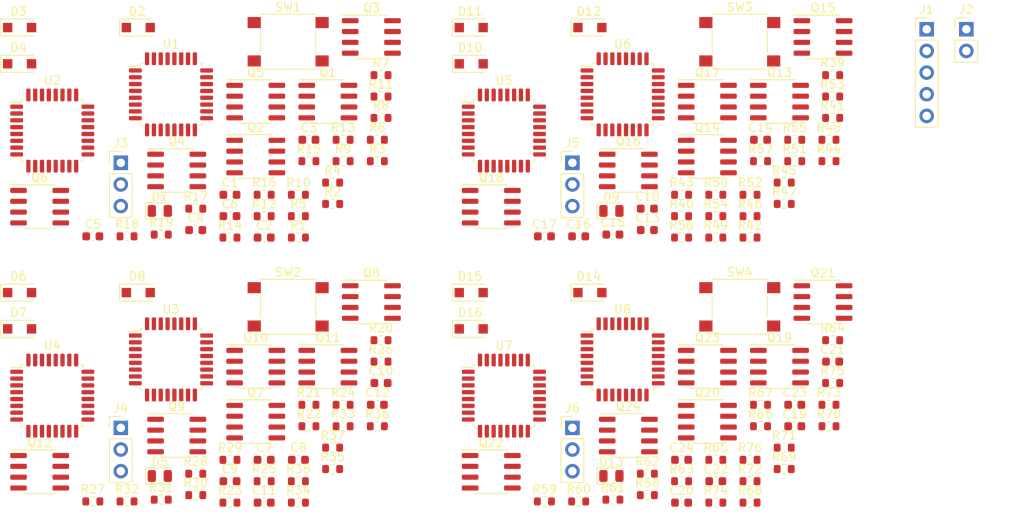
<source format=kicad_pcb>
(kicad_pcb (version 20171130) (host pcbnew "(5.1.9)-1")
  (layers (0 F.Cu signal) (31 B.Cu signal) (34 B.Paste user) (35 F.Paste user) (36 B.SilkS user) (37 F.SilkS user) (38 B.Mask user) (39 F.Mask user) (44 Edge.Cuts user))
  (net 0 "")
  (net 1 GND)
  (net 2 +3V3)
  (net 3 "Net-(C2-Pad2)")
  (net 4 "Net-(C2-Pad1)")
  (net 5 "Net-(C3-Pad2)")
  (net 6 "Net-(C3-Pad1)")
  (net 7 "Net-(C4-Pad2)")
  (net 8 "Net-(C4-Pad1)")
  (net 9 "Net-(C8-Pad2)")
  (net 10 "Net-(C8-Pad1)")
  (net 11 "Net-(C9-Pad2)")
  (net 12 "Net-(C9-Pad1)")
  (net 13 "Net-(C10-Pad2)")
  (net 14 "Net-(C10-Pad1)")
  (net 15 "Net-(C14-Pad2)")
  (net 16 "Net-(C14-Pad1)")
  (net 17 "Net-(C15-Pad2)")
  (net 18 "Net-(C15-Pad1)")
  (net 19 "Net-(C16-Pad2)")
  (net 20 "Net-(C16-Pad1)")
  (net 21 "Net-(C20-Pad2)")
  (net 22 "Net-(C20-Pad1)")
  (net 23 "Net-(C21-Pad2)")
  (net 24 "Net-(C21-Pad1)")
  (net 25 "Net-(C22-Pad2)")
  (net 26 "Net-(C22-Pad1)")
  (net 27 "Net-(D1-Pad1)")
  (net 28 "Net-(D5-Pad1)")
  (net 29 "Net-(D9-Pad1)")
  (net 30 "Net-(D13-Pad1)")
  (net 31 /ECS1/PWM)
  (net 32 /ECS2/PWM)
  (net 33 /ECS3/PWM)
  (net 34 /ECS4/PWM)
  (net 35 "Net-(J3-Pad2)")
  (net 36 "Net-(J3-Pad1)")
  (net 37 "Net-(J4-Pad2)")
  (net 38 "Net-(J4-Pad1)")
  (net 39 "Net-(J5-Pad2)")
  (net 40 "Net-(J5-Pad1)")
  (net 41 "Net-(J6-Pad2)")
  (net 42 "Net-(J6-Pad1)")
  (net 43 "Net-(Q1-Pad4)")
  (net 44 "Net-(Q2-Pad4)")
  (net 45 "Net-(Q3-Pad4)")
  (net 46 "Net-(Q4-Pad4)")
  (net 47 "Net-(Q5-Pad4)")
  (net 48 "Net-(Q6-Pad4)")
  (net 49 "Net-(Q7-Pad4)")
  (net 50 "Net-(Q8-Pad4)")
  (net 51 "Net-(Q9-Pad4)")
  (net 52 "Net-(Q10-Pad4)")
  (net 53 "Net-(Q11-Pad4)")
  (net 54 "Net-(Q12-Pad4)")
  (net 55 "Net-(Q13-Pad4)")
  (net 56 "Net-(Q14-Pad4)")
  (net 57 "Net-(Q15-Pad4)")
  (net 58 "Net-(Q16-Pad4)")
  (net 59 "Net-(Q17-Pad4)")
  (net 60 "Net-(Q18-Pad4)")
  (net 61 "Net-(Q19-Pad4)")
  (net 62 "Net-(Q20-Pad4)")
  (net 63 "Net-(Q21-Pad4)")
  (net 64 "Net-(Q22-Pad4)")
  (net 65 "Net-(Q23-Pad4)")
  (net 66 "Net-(Q24-Pad4)")
  (net 67 "Net-(R1-Pad1)")
  (net 68 "Net-(R3-Pad2)")
  (net 69 "Net-(R4-Pad2)")
  (net 70 "Net-(R4-Pad1)")
  (net 71 "Net-(R5-Pad2)")
  (net 72 "Net-(R12-Pad2)")
  (net 73 "Net-(R8-Pad2)")
  (net 74 "Net-(R9-Pad2)")
  (net 75 "Net-(R10-Pad2)")
  (net 76 "Net-(R10-Pad1)")
  (net 77 "Net-(R13-Pad2)")
  (net 78 "Net-(R14-Pad2)")
  (net 79 "Net-(R15-Pad2)")
  (net 80 "Net-(R15-Pad1)")
  (net 81 "Net-(R18-Pad2)")
  (net 82 "Net-(R19-Pad2)")
  (net 83 "Net-(R20-Pad1)")
  (net 84 "Net-(R22-Pad2)")
  (net 85 "Net-(R23-Pad2)")
  (net 86 "Net-(R23-Pad1)")
  (net 87 "Net-(R24-Pad2)")
  (net 88 "Net-(R26-Pad2)")
  (net 89 "Net-(R27-Pad2)")
  (net 90 "Net-(R28-Pad2)")
  (net 91 "Net-(R29-Pad2)")
  (net 92 "Net-(R29-Pad1)")
  (net 93 "Net-(R32-Pad2)")
  (net 94 "Net-(R33-Pad2)")
  (net 95 "Net-(R34-Pad2)")
  (net 96 "Net-(R34-Pad1)")
  (net 97 "Net-(R37-Pad2)")
  (net 98 "Net-(R38-Pad2)")
  (net 99 "Net-(R39-Pad1)")
  (net 100 "Net-(R41-Pad2)")
  (net 101 "Net-(R42-Pad2)")
  (net 102 "Net-(R42-Pad1)")
  (net 103 "Net-(R43-Pad2)")
  (net 104 "Net-(R45-Pad2)")
  (net 105 "Net-(R46-Pad2)")
  (net 106 "Net-(R47-Pad2)")
  (net 107 "Net-(R48-Pad2)")
  (net 108 "Net-(R48-Pad1)")
  (net 109 "Net-(R51-Pad2)")
  (net 110 "Net-(R52-Pad2)")
  (net 111 "Net-(R53-Pad2)")
  (net 112 "Net-(R53-Pad1)")
  (net 113 "Net-(R56-Pad2)")
  (net 114 "Net-(R57-Pad2)")
  (net 115 "Net-(R58-Pad1)")
  (net 116 "Net-(R60-Pad2)")
  (net 117 "Net-(R61-Pad2)")
  (net 118 "Net-(R61-Pad1)")
  (net 119 "Net-(R62-Pad2)")
  (net 120 "Net-(R64-Pad2)")
  (net 121 "Net-(R65-Pad2)")
  (net 122 "Net-(R66-Pad2)")
  (net 123 "Net-(R67-Pad2)")
  (net 124 "Net-(R67-Pad1)")
  (net 125 "Net-(R70-Pad2)")
  (net 126 "Net-(R71-Pad2)")
  (net 127 "Net-(R72-Pad2)")
  (net 128 "Net-(R72-Pad1)")
  (net 129 "Net-(R75-Pad2)")
  (net 130 "Net-(R76-Pad2)")
  (net 131 /ECS1/CH)
  (net 132 /ECS1/BH)
  (net 133 /ECS1/AH)
  (net 134 "Net-(U1-Pad21)")
  (net 135 "Net-(U1-Pad8)")
  (net 136 "Net-(U1-Pad7)")
  (net 137 "Net-(U1-Pad5)")
  (net 138 "Net-(U1-Pad3)")
  (net 139 /ECS1/BL)
  (net 140 /ECS1/AL)
  (net 141 "Net-(U2-Pad30)")
  (net 142 "Net-(U2-Pad29)")
  (net 143 "Net-(U2-Pad28)")
  (net 144 "Net-(U2-Pad27)")
  (net 145 "Net-(U2-Pad26)")
  (net 146 "Net-(U2-Pad25)")
  (net 147 "Net-(U2-Pad22)")
  (net 148 "Net-(U2-Pad21)")
  (net 149 /ECS1/CL)
  (net 150 "Net-(U2-Pad12)")
  (net 151 "Net-(U2-Pad9)")
  (net 152 "Net-(U2-Pad3)")
  (net 153 "Net-(U2-Pad2)")
  (net 154 /ECS2/CH)
  (net 155 /ECS2/BH)
  (net 156 /ECS2/AH)
  (net 157 "Net-(U3-Pad21)")
  (net 158 "Net-(U3-Pad8)")
  (net 159 "Net-(U3-Pad7)")
  (net 160 "Net-(U3-Pad5)")
  (net 161 "Net-(U3-Pad3)")
  (net 162 /ECS2/BL)
  (net 163 /ECS2/AL)
  (net 164 "Net-(U4-Pad30)")
  (net 165 "Net-(U4-Pad29)")
  (net 166 "Net-(U4-Pad28)")
  (net 167 "Net-(U4-Pad27)")
  (net 168 "Net-(U4-Pad26)")
  (net 169 "Net-(U4-Pad25)")
  (net 170 "Net-(U4-Pad22)")
  (net 171 "Net-(U4-Pad21)")
  (net 172 /ECS2/CL)
  (net 173 "Net-(U4-Pad12)")
  (net 174 "Net-(U4-Pad9)")
  (net 175 "Net-(U4-Pad3)")
  (net 176 "Net-(U4-Pad2)")
  (net 177 /ECS3/CH)
  (net 178 /ECS3/BH)
  (net 179 /ECS3/AH)
  (net 180 "Net-(U5-Pad21)")
  (net 181 "Net-(U5-Pad8)")
  (net 182 "Net-(U5-Pad7)")
  (net 183 "Net-(U5-Pad5)")
  (net 184 "Net-(U5-Pad3)")
  (net 185 /ECS3/BL)
  (net 186 /ECS3/AL)
  (net 187 "Net-(U6-Pad30)")
  (net 188 "Net-(U6-Pad29)")
  (net 189 "Net-(U6-Pad28)")
  (net 190 "Net-(U6-Pad27)")
  (net 191 "Net-(U6-Pad26)")
  (net 192 "Net-(U6-Pad25)")
  (net 193 "Net-(U6-Pad22)")
  (net 194 "Net-(U6-Pad21)")
  (net 195 /ECS3/CL)
  (net 196 "Net-(U6-Pad12)")
  (net 197 "Net-(U6-Pad9)")
  (net 198 "Net-(U6-Pad3)")
  (net 199 "Net-(U6-Pad2)")
  (net 200 /ECS4/CH)
  (net 201 /ECS4/BH)
  (net 202 /ECS4/AH)
  (net 203 "Net-(U7-Pad21)")
  (net 204 "Net-(U7-Pad8)")
  (net 205 "Net-(U7-Pad7)")
  (net 206 "Net-(U7-Pad5)")
  (net 207 "Net-(U7-Pad3)")
  (net 208 /ECS4/BL)
  (net 209 /ECS4/AL)
  (net 210 "Net-(U8-Pad30)")
  (net 211 "Net-(U8-Pad29)")
  (net 212 "Net-(U8-Pad28)")
  (net 213 "Net-(U8-Pad27)")
  (net 214 "Net-(U8-Pad26)")
  (net 215 "Net-(U8-Pad25)")
  (net 216 "Net-(U8-Pad22)")
  (net 217 "Net-(U8-Pad21)")
  (net 218 /ECS4/CL)
  (net 219 "Net-(U8-Pad12)")
  (net 220 "Net-(U8-Pad9)")
  (net 221 "Net-(U8-Pad3)")
  (net 222 "Net-(U8-Pad2)")
  (module Diode_SMD:D_SOD-123F (layer F.Cu) (at 109.45094 97.07604)
    (fp_text reference D16 (at -0.127 -1.905) (layer F.SilkS))
    (fp_text value E1J)
    (pad 2 smd rect (at 1.4 0) (size 1.1 1.1) (layers F.Cu F.Paste F.Mask) (net 2 +3V3))
    (pad 1 smd rect (at -1.4 0) (size 1.1 1.1) (layers F.Cu F.Paste F.Mask) (net 24 "Net-(C21-Pad1)"))
  )
  (module Diode_SMD:D_SOD-123F (layer F.Cu) (at 109.45094 92.82604)
    (fp_text reference D15 (at -0.127 -1.905) (layer F.SilkS))
    (fp_text value E1J)
    (pad 2 smd rect (at 1.4 0) (size 1.1 1.1) (layers F.Cu F.Paste F.Mask) (net 2 +3V3))
    (pad 1 smd rect (at -1.4 0) (size 1.1 1.1) (layers F.Cu F.Paste F.Mask) (net 24 "Net-(C21-Pad1)"))
  )
  (module Diode_SMD:D_SOD-123F (layer F.Cu) (at 123.36094 92.82604)
    (fp_text reference D14 (at -0.127 -1.905) (layer F.SilkS))
    (fp_text value E1J)
    (pad 2 smd rect (at 1.4 0) (size 1.1 1.1) (layers F.Cu F.Paste F.Mask) (net 2 +3V3))
    (pad 1 smd rect (at -1.4 0) (size 1.1 1.1) (layers F.Cu F.Paste F.Mask) (net 22 "Net-(C20-Pad1)"))
  )
  (module Diode_SMD:D_SOD-123F (layer F.Cu) (at 123.36094 61.73604)
    (fp_text reference D12 (at -0.127 -1.905) (layer F.SilkS))
    (fp_text value E1J)
    (pad 2 smd rect (at 1.4 0) (size 1.1 1.1) (layers F.Cu F.Paste F.Mask) (net 2 +3V3))
    (pad 1 smd rect (at -1.4 0) (size 1.1 1.1) (layers F.Cu F.Paste F.Mask) (net 18 "Net-(C15-Pad1)"))
  )
  (module Diode_SMD:D_SOD-123F (layer F.Cu) (at 109.45094 61.73604)
    (fp_text reference D11 (at -0.127 -1.905) (layer F.SilkS))
    (fp_text value E1J)
    (pad 2 smd rect (at 1.4 0) (size 1.1 1.1) (layers F.Cu F.Paste F.Mask) (net 2 +3V3))
    (pad 1 smd rect (at -1.4 0) (size 1.1 1.1) (layers F.Cu F.Paste F.Mask) (net 18 "Net-(C15-Pad1)"))
  )
  (module Diode_SMD:D_SOD-123F (layer F.Cu) (at 109.45094 65.98604)
    (fp_text reference D10 (at -0.127 -1.905) (layer F.SilkS))
    (fp_text value E1J)
    (pad 2 smd rect (at 1.4 0) (size 1.1 1.1) (layers F.Cu F.Paste F.Mask) (net 2 +3V3))
    (pad 1 smd rect (at -1.4 0) (size 1.1 1.1) (layers F.Cu F.Paste F.Mask) (net 16 "Net-(C14-Pad1)"))
  )
  (module Diode_SMD:D_SOD-123F (layer F.Cu) (at 70.44094 92.82604)
    (fp_text reference D8 (at -0.127 -1.905) (layer F.SilkS))
    (fp_text value E1J)
    (pad 2 smd rect (at 1.4 0) (size 1.1 1.1) (layers F.Cu F.Paste F.Mask) (net 2 +3V3))
    (pad 1 smd rect (at -1.4 0) (size 1.1 1.1) (layers F.Cu F.Paste F.Mask) (net 12 "Net-(C9-Pad1)"))
  )
  (module Diode_SMD:D_SOD-123F (layer F.Cu) (at 56.53094 97.07604)
    (fp_text reference D7 (at -0.127 -1.905) (layer F.SilkS))
    (fp_text value E1J)
    (pad 2 smd rect (at 1.4 0) (size 1.1 1.1) (layers F.Cu F.Paste F.Mask) (net 2 +3V3))
    (pad 1 smd rect (at -1.4 0) (size 1.1 1.1) (layers F.Cu F.Paste F.Mask) (net 12 "Net-(C9-Pad1)"))
  )
  (module Diode_SMD:D_SOD-123F (layer F.Cu) (at 56.53094 92.82604)
    (fp_text reference D6 (at -0.127 -1.905) (layer F.SilkS))
    (fp_text value E1J)
    (pad 2 smd rect (at 1.4 0) (size 1.1 1.1) (layers F.Cu F.Paste F.Mask) (net 2 +3V3))
    (pad 1 smd rect (at -1.4 0) (size 1.1 1.1) (layers F.Cu F.Paste F.Mask) (net 10 "Net-(C8-Pad1)"))
  )
  (module Diode_SMD:D_SOD-123F (layer F.Cu) (at 56.53094 65.98604)
    (fp_text reference D4 (at -0.127 -1.905) (layer F.SilkS))
    (fp_text value E1J)
    (pad 2 smd rect (at 1.4 0) (size 1.1 1.1) (layers F.Cu F.Paste F.Mask) (net 2 +3V3))
    (pad 1 smd rect (at -1.4 0) (size 1.1 1.1) (layers F.Cu F.Paste F.Mask) (net 6 "Net-(C3-Pad1)"))
  )
  (module Diode_SMD:D_SOD-123F (layer F.Cu) (at 56.53094 61.73604)
    (fp_text reference D3 (at -0.127 -1.905) (layer F.SilkS))
    (fp_text value E1J)
    (pad 2 smd rect (at 1.4 0) (size 1.1 1.1) (layers F.Cu F.Paste F.Mask) (net 2 +3V3))
    (pad 1 smd rect (at -1.4 0) (size 1.1 1.1) (layers F.Cu F.Paste F.Mask) (net 6 "Net-(C3-Pad1)"))
  )
  (module Diode_SMD:D_SOD-123F (layer F.Cu) (at 70.44094 61.73604)
    (fp_text reference D2 (at -0.127 -1.905) (layer F.SilkS))
    (fp_text value E1J)
    (pad 2 smd rect (at 1.4 0) (size 1.1 1.1) (layers F.Cu F.Paste F.Mask) (net 2 +3V3))
    (pad 1 smd rect (at -1.4 0) (size 1.1 1.1) (layers F.Cu F.Paste F.Mask) (net 4 "Net-(C2-Pad1)"))
  )
  (module Package_QFP:LQFP-32_7x7mm_P0.8mm (layer F.Cu) (at 127.19094 100.65604)
    (fp_text reference U8 (at 0 -5.88) (layer F.SilkS))
    (fp_text value STM32F051K6Tx)
    (pad 32 smd roundrect (at -2.8 -4.175) (size 0.5 1.5) (layers F.Cu F.Paste F.Mask) (net 1 GND))
    (pad 31 smd roundrect (at -2 -4.175) (size 0.5 1.5) (layers F.Cu F.Paste F.Mask) (net 115 "Net-(R58-Pad1)"))
    (pad 30 smd roundrect (at -1.2 -4.175) (size 0.5 1.5) (layers F.Cu F.Paste F.Mask) (net 210 "Net-(U8-Pad30)"))
    (pad 29 smd roundrect (at -0.4 -4.175) (size 0.5 1.5) (layers F.Cu F.Paste F.Mask) (net 211 "Net-(U8-Pad29)"))
    (pad 28 smd roundrect (at 0.4 -4.175) (size 0.5 1.5) (layers F.Cu F.Paste F.Mask) (net 212 "Net-(U8-Pad28)"))
    (pad 27 smd roundrect (at 1.2 -4.175) (size 0.5 1.5) (layers F.Cu F.Paste F.Mask) (net 213 "Net-(U8-Pad27)"))
    (pad 26 smd roundrect (at 2 -4.175) (size 0.5 1.5) (layers F.Cu F.Paste F.Mask) (net 214 "Net-(U8-Pad26)"))
    (pad 25 smd roundrect (at 2.8 -4.175) (size 0.5 1.5) (layers F.Cu F.Paste F.Mask) (net 215 "Net-(U8-Pad25)"))
    (pad 24 smd roundrect (at 4.175 -2.8) (size 1.5 0.5) (layers F.Cu F.Paste F.Mask) (net 42 "Net-(J6-Pad1)"))
    (pad 23 smd roundrect (at 4.175 -2) (size 1.5 0.5) (layers F.Cu F.Paste F.Mask) (net 41 "Net-(J6-Pad2)"))
    (pad 22 smd roundrect (at 4.175 -1.2) (size 1.5 0.5) (layers F.Cu F.Paste F.Mask) (net 216 "Net-(U8-Pad22)"))
    (pad 21 smd roundrect (at 4.175 -0.4) (size 1.5 0.5) (layers F.Cu F.Paste F.Mask) (net 217 "Net-(U8-Pad21)"))
    (pad 20 smd roundrect (at 4.175 0.4) (size 1.5 0.5) (layers F.Cu F.Paste F.Mask) (net 202 /ECS4/AH))
    (pad 19 smd roundrect (at 4.175 1.2) (size 1.5 0.5) (layers F.Cu F.Paste F.Mask) (net 201 /ECS4/BH))
    (pad 18 smd roundrect (at 4.175 2) (size 1.5 0.5) (layers F.Cu F.Paste F.Mask) (net 200 /ECS4/CH))
    (pad 17 smd roundrect (at 4.175 2.8) (size 1.5 0.5) (layers F.Cu F.Paste F.Mask) (net 2 +3V3))
    (pad 16 smd roundrect (at 2.8 4.175) (size 0.5 1.5) (layers F.Cu F.Paste F.Mask) (net 1 GND))
    (pad 15 smd roundrect (at 2 4.175) (size 0.5 1.5) (layers F.Cu F.Paste F.Mask) (net 209 /ECS4/AL))
    (pad 14 smd roundrect (at 1.2 4.175) (size 0.5 1.5) (layers F.Cu F.Paste F.Mask) (net 208 /ECS4/BL))
    (pad 13 smd roundrect (at 0.4 4.175) (size 0.5 1.5) (layers F.Cu F.Paste F.Mask) (net 218 /ECS4/CL))
    (pad 12 smd roundrect (at -0.4 4.175) (size 0.5 1.5) (layers F.Cu F.Paste F.Mask) (net 219 "Net-(U8-Pad12)"))
    (pad 11 smd roundrect (at -1.2 4.175) (size 0.5 1.5) (layers F.Cu F.Paste F.Mask) (net 117 "Net-(R61-Pad2)"))
    (pad 10 smd roundrect (at -2 4.175) (size 0.5 1.5) (layers F.Cu F.Paste F.Mask) (net 123 "Net-(R67-Pad2)"))
    (pad 9 smd roundrect (at -2.8 4.175) (size 0.5 1.5) (layers F.Cu F.Paste F.Mask) (net 220 "Net-(U8-Pad9)"))
    (pad 8 smd roundrect (at -4.175 2.8) (size 1.5 0.5) (layers F.Cu F.Paste F.Mask) (net 119 "Net-(R62-Pad2)"))
    (pad 7 smd roundrect (at -4.175 2) (size 1.5 0.5) (layers F.Cu F.Paste F.Mask) (net 120 "Net-(R64-Pad2)"))
    (pad 6 smd roundrect (at -4.175 1.2) (size 1.5 0.5) (layers F.Cu F.Paste F.Mask) (net 127 "Net-(R72-Pad2)"))
    (pad 5 smd roundrect (at -4.175 0.4) (size 1.5 0.5) (layers F.Cu F.Paste F.Mask) (net 2 +3V3))
    (pad 4 smd roundrect (at -4.175 -0.4) (size 1.5 0.5) (layers F.Cu F.Paste F.Mask) (net 116 "Net-(R60-Pad2)"))
    (pad 3 smd roundrect (at -4.175 -1.2) (size 1.5 0.5) (layers F.Cu F.Paste F.Mask) (net 221 "Net-(U8-Pad3)"))
    (pad 2 smd roundrect (at -4.175 -2) (size 1.5 0.5) (layers F.Cu F.Paste F.Mask) (net 222 "Net-(U8-Pad2)"))
    (pad 1 smd roundrect (at -4.175 -2.8) (size 1.5 0.5) (layers F.Cu F.Paste F.Mask) (net 2 +3V3))
  )
  (module Package_QFP:LQFP-32_7x7mm_P0.8mm (layer F.Cu) (at 113.28094 104.90604)
    (fp_text reference U7 (at 0 -5.88) (layer F.SilkS))
    (fp_text value FD6288Q)
    (pad 32 smd roundrect (at -2.8 -4.175) (size 0.5 1.5) (layers F.Cu F.Paste F.Mask))
    (pad 31 smd roundrect (at -2 -4.175) (size 0.5 1.5) (layers F.Cu F.Paste F.Mask))
    (pad 30 smd roundrect (at -1.2 -4.175) (size 0.5 1.5) (layers F.Cu F.Paste F.Mask))
    (pad 29 smd roundrect (at -0.4 -4.175) (size 0.5 1.5) (layers F.Cu F.Paste F.Mask))
    (pad 28 smd roundrect (at 0.4 -4.175) (size 0.5 1.5) (layers F.Cu F.Paste F.Mask))
    (pad 27 smd roundrect (at 1.2 -4.175) (size 0.5 1.5) (layers F.Cu F.Paste F.Mask))
    (pad 26 smd roundrect (at 2 -4.175) (size 0.5 1.5) (layers F.Cu F.Paste F.Mask))
    (pad 25 smd roundrect (at 2.8 -4.175) (size 0.5 1.5) (layers F.Cu F.Paste F.Mask))
    (pad 24 smd roundrect (at 4.175 -2.8) (size 1.5 0.5) (layers F.Cu F.Paste F.Mask) (net 200 /ECS4/CH))
    (pad 23 smd roundrect (at 4.175 -2) (size 1.5 0.5) (layers F.Cu F.Paste F.Mask) (net 201 /ECS4/BH))
    (pad 22 smd roundrect (at 4.175 -1.2) (size 1.5 0.5) (layers F.Cu F.Paste F.Mask) (net 202 /ECS4/AH))
    (pad 21 smd roundrect (at 4.175 -0.4) (size 1.5 0.5) (layers F.Cu F.Paste F.Mask) (net 203 "Net-(U7-Pad21)"))
    (pad 20 smd roundrect (at 4.175 0.4) (size 1.5 0.5) (layers F.Cu F.Paste F.Mask) (net 22 "Net-(C20-Pad1)"))
    (pad 19 smd roundrect (at 4.175 1.2) (size 1.5 0.5) (layers F.Cu F.Paste F.Mask) (net 129 "Net-(R75-Pad2)"))
    (pad 18 smd roundrect (at 4.175 2) (size 1.5 0.5) (layers F.Cu F.Paste F.Mask) (net 21 "Net-(C20-Pad2)"))
    (pad 17 smd roundrect (at 4.175 2.8) (size 1.5 0.5) (layers F.Cu F.Paste F.Mask) (net 24 "Net-(C21-Pad1)"))
    (pad 16 smd roundrect (at 2.8 4.175) (size 0.5 1.5) (layers F.Cu F.Paste F.Mask) (net 125 "Net-(R70-Pad2)"))
    (pad 15 smd roundrect (at 2 4.175) (size 0.5 1.5) (layers F.Cu F.Paste F.Mask) (net 23 "Net-(C21-Pad2)"))
    (pad 14 smd roundrect (at 1.2 4.175) (size 0.5 1.5) (layers F.Cu F.Paste F.Mask) (net 26 "Net-(C22-Pad1)"))
    (pad 13 smd roundrect (at 0.4 4.175) (size 0.5 1.5) (layers F.Cu F.Paste F.Mask) (net 121 "Net-(R65-Pad2)"))
    (pad 12 smd roundrect (at -0.4 4.175) (size 0.5 1.5) (layers F.Cu F.Paste F.Mask) (net 25 "Net-(C22-Pad2)"))
    (pad 11 smd roundrect (at -1.2 4.175) (size 0.5 1.5) (layers F.Cu F.Paste F.Mask) (net 130 "Net-(R76-Pad2)"))
    (pad 10 smd roundrect (at -2 4.175) (size 0.5 1.5) (layers F.Cu F.Paste F.Mask) (net 126 "Net-(R71-Pad2)"))
    (pad 9 smd roundrect (at -2.8 4.175) (size 0.5 1.5) (layers F.Cu F.Paste F.Mask) (net 122 "Net-(R66-Pad2)"))
    (pad 8 smd roundrect (at -4.175 2.8) (size 1.5 0.5) (layers F.Cu F.Paste F.Mask) (net 204 "Net-(U7-Pad8)"))
    (pad 7 smd roundrect (at -4.175 2) (size 1.5 0.5) (layers F.Cu F.Paste F.Mask) (net 205 "Net-(U7-Pad7)"))
    (pad 6 smd roundrect (at -4.175 1.2) (size 1.5 0.5) (layers F.Cu F.Paste F.Mask) (net 1 GND))
    (pad 5 smd roundrect (at -4.175 0.4) (size 1.5 0.5) (layers F.Cu F.Paste F.Mask) (net 206 "Net-(U7-Pad5)"))
    (pad 4 smd roundrect (at -4.175 -0.4) (size 1.5 0.5) (layers F.Cu F.Paste F.Mask) (net 2 +3V3))
    (pad 3 smd roundrect (at -4.175 -1.2) (size 1.5 0.5) (layers F.Cu F.Paste F.Mask) (net 207 "Net-(U7-Pad3)"))
    (pad 2 smd roundrect (at -4.175 -2) (size 1.5 0.5) (layers F.Cu F.Paste F.Mask) (net 208 /ECS4/BL))
    (pad 1 smd roundrect (at -4.175 -2.8) (size 1.5 0.5) (layers F.Cu F.Paste F.Mask) (net 209 /ECS4/AL))
  )
  (module Package_QFP:LQFP-32_7x7mm_P0.8mm (layer F.Cu) (at 127.19094 69.56604)
    (fp_text reference U6 (at 0 -5.88) (layer F.SilkS))
    (fp_text value STM32F051K6Tx)
    (pad 32 smd roundrect (at -2.8 -4.175) (size 0.5 1.5) (layers F.Cu F.Paste F.Mask) (net 1 GND))
    (pad 31 smd roundrect (at -2 -4.175) (size 0.5 1.5) (layers F.Cu F.Paste F.Mask) (net 99 "Net-(R39-Pad1)"))
    (pad 30 smd roundrect (at -1.2 -4.175) (size 0.5 1.5) (layers F.Cu F.Paste F.Mask) (net 187 "Net-(U6-Pad30)"))
    (pad 29 smd roundrect (at -0.4 -4.175) (size 0.5 1.5) (layers F.Cu F.Paste F.Mask) (net 188 "Net-(U6-Pad29)"))
    (pad 28 smd roundrect (at 0.4 -4.175) (size 0.5 1.5) (layers F.Cu F.Paste F.Mask) (net 189 "Net-(U6-Pad28)"))
    (pad 27 smd roundrect (at 1.2 -4.175) (size 0.5 1.5) (layers F.Cu F.Paste F.Mask) (net 190 "Net-(U6-Pad27)"))
    (pad 26 smd roundrect (at 2 -4.175) (size 0.5 1.5) (layers F.Cu F.Paste F.Mask) (net 191 "Net-(U6-Pad26)"))
    (pad 25 smd roundrect (at 2.8 -4.175) (size 0.5 1.5) (layers F.Cu F.Paste F.Mask) (net 192 "Net-(U6-Pad25)"))
    (pad 24 smd roundrect (at 4.175 -2.8) (size 1.5 0.5) (layers F.Cu F.Paste F.Mask) (net 40 "Net-(J5-Pad1)"))
    (pad 23 smd roundrect (at 4.175 -2) (size 1.5 0.5) (layers F.Cu F.Paste F.Mask) (net 39 "Net-(J5-Pad2)"))
    (pad 22 smd roundrect (at 4.175 -1.2) (size 1.5 0.5) (layers F.Cu F.Paste F.Mask) (net 193 "Net-(U6-Pad22)"))
    (pad 21 smd roundrect (at 4.175 -0.4) (size 1.5 0.5) (layers F.Cu F.Paste F.Mask) (net 194 "Net-(U6-Pad21)"))
    (pad 20 smd roundrect (at 4.175 0.4) (size 1.5 0.5) (layers F.Cu F.Paste F.Mask) (net 179 /ECS3/AH))
    (pad 19 smd roundrect (at 4.175 1.2) (size 1.5 0.5) (layers F.Cu F.Paste F.Mask) (net 178 /ECS3/BH))
    (pad 18 smd roundrect (at 4.175 2) (size 1.5 0.5) (layers F.Cu F.Paste F.Mask) (net 177 /ECS3/CH))
    (pad 17 smd roundrect (at 4.175 2.8) (size 1.5 0.5) (layers F.Cu F.Paste F.Mask) (net 2 +3V3))
    (pad 16 smd roundrect (at 2.8 4.175) (size 0.5 1.5) (layers F.Cu F.Paste F.Mask) (net 1 GND))
    (pad 15 smd roundrect (at 2 4.175) (size 0.5 1.5) (layers F.Cu F.Paste F.Mask) (net 186 /ECS3/AL))
    (pad 14 smd roundrect (at 1.2 4.175) (size 0.5 1.5) (layers F.Cu F.Paste F.Mask) (net 185 /ECS3/BL))
    (pad 13 smd roundrect (at 0.4 4.175) (size 0.5 1.5) (layers F.Cu F.Paste F.Mask) (net 195 /ECS3/CL))
    (pad 12 smd roundrect (at -0.4 4.175) (size 0.5 1.5) (layers F.Cu F.Paste F.Mask) (net 196 "Net-(U6-Pad12)"))
    (pad 11 smd roundrect (at -1.2 4.175) (size 0.5 1.5) (layers F.Cu F.Paste F.Mask) (net 101 "Net-(R42-Pad2)"))
    (pad 10 smd roundrect (at -2 4.175) (size 0.5 1.5) (layers F.Cu F.Paste F.Mask) (net 107 "Net-(R48-Pad2)"))
    (pad 9 smd roundrect (at -2.8 4.175) (size 0.5 1.5) (layers F.Cu F.Paste F.Mask) (net 197 "Net-(U6-Pad9)"))
    (pad 8 smd roundrect (at -4.175 2.8) (size 1.5 0.5) (layers F.Cu F.Paste F.Mask) (net 103 "Net-(R43-Pad2)"))
    (pad 7 smd roundrect (at -4.175 2) (size 1.5 0.5) (layers F.Cu F.Paste F.Mask) (net 104 "Net-(R45-Pad2)"))
    (pad 6 smd roundrect (at -4.175 1.2) (size 1.5 0.5) (layers F.Cu F.Paste F.Mask) (net 111 "Net-(R53-Pad2)"))
    (pad 5 smd roundrect (at -4.175 0.4) (size 1.5 0.5) (layers F.Cu F.Paste F.Mask) (net 2 +3V3))
    (pad 4 smd roundrect (at -4.175 -0.4) (size 1.5 0.5) (layers F.Cu F.Paste F.Mask) (net 100 "Net-(R41-Pad2)"))
    (pad 3 smd roundrect (at -4.175 -1.2) (size 1.5 0.5) (layers F.Cu F.Paste F.Mask) (net 198 "Net-(U6-Pad3)"))
    (pad 2 smd roundrect (at -4.175 -2) (size 1.5 0.5) (layers F.Cu F.Paste F.Mask) (net 199 "Net-(U6-Pad2)"))
    (pad 1 smd roundrect (at -4.175 -2.8) (size 1.5 0.5) (layers F.Cu F.Paste F.Mask) (net 2 +3V3))
  )
  (module Package_QFP:LQFP-32_7x7mm_P0.8mm (layer F.Cu) (at 113.28094 73.81604)
    (fp_text reference U5 (at 0 -5.88) (layer F.SilkS))
    (fp_text value FD6288Q)
    (pad 32 smd roundrect (at -2.8 -4.175) (size 0.5 1.5) (layers F.Cu F.Paste F.Mask))
    (pad 31 smd roundrect (at -2 -4.175) (size 0.5 1.5) (layers F.Cu F.Paste F.Mask))
    (pad 30 smd roundrect (at -1.2 -4.175) (size 0.5 1.5) (layers F.Cu F.Paste F.Mask))
    (pad 29 smd roundrect (at -0.4 -4.175) (size 0.5 1.5) (layers F.Cu F.Paste F.Mask))
    (pad 28 smd roundrect (at 0.4 -4.175) (size 0.5 1.5) (layers F.Cu F.Paste F.Mask))
    (pad 27 smd roundrect (at 1.2 -4.175) (size 0.5 1.5) (layers F.Cu F.Paste F.Mask))
    (pad 26 smd roundrect (at 2 -4.175) (size 0.5 1.5) (layers F.Cu F.Paste F.Mask))
    (pad 25 smd roundrect (at 2.8 -4.175) (size 0.5 1.5) (layers F.Cu F.Paste F.Mask))
    (pad 24 smd roundrect (at 4.175 -2.8) (size 1.5 0.5) (layers F.Cu F.Paste F.Mask) (net 177 /ECS3/CH))
    (pad 23 smd roundrect (at 4.175 -2) (size 1.5 0.5) (layers F.Cu F.Paste F.Mask) (net 178 /ECS3/BH))
    (pad 22 smd roundrect (at 4.175 -1.2) (size 1.5 0.5) (layers F.Cu F.Paste F.Mask) (net 179 /ECS3/AH))
    (pad 21 smd roundrect (at 4.175 -0.4) (size 1.5 0.5) (layers F.Cu F.Paste F.Mask) (net 180 "Net-(U5-Pad21)"))
    (pad 20 smd roundrect (at 4.175 0.4) (size 1.5 0.5) (layers F.Cu F.Paste F.Mask) (net 16 "Net-(C14-Pad1)"))
    (pad 19 smd roundrect (at 4.175 1.2) (size 1.5 0.5) (layers F.Cu F.Paste F.Mask) (net 113 "Net-(R56-Pad2)"))
    (pad 18 smd roundrect (at 4.175 2) (size 1.5 0.5) (layers F.Cu F.Paste F.Mask) (net 15 "Net-(C14-Pad2)"))
    (pad 17 smd roundrect (at 4.175 2.8) (size 1.5 0.5) (layers F.Cu F.Paste F.Mask) (net 18 "Net-(C15-Pad1)"))
    (pad 16 smd roundrect (at 2.8 4.175) (size 0.5 1.5) (layers F.Cu F.Paste F.Mask) (net 109 "Net-(R51-Pad2)"))
    (pad 15 smd roundrect (at 2 4.175) (size 0.5 1.5) (layers F.Cu F.Paste F.Mask) (net 17 "Net-(C15-Pad2)"))
    (pad 14 smd roundrect (at 1.2 4.175) (size 0.5 1.5) (layers F.Cu F.Paste F.Mask) (net 20 "Net-(C16-Pad1)"))
    (pad 13 smd roundrect (at 0.4 4.175) (size 0.5 1.5) (layers F.Cu F.Paste F.Mask) (net 105 "Net-(R46-Pad2)"))
    (pad 12 smd roundrect (at -0.4 4.175) (size 0.5 1.5) (layers F.Cu F.Paste F.Mask) (net 19 "Net-(C16-Pad2)"))
    (pad 11 smd roundrect (at -1.2 4.175) (size 0.5 1.5) (layers F.Cu F.Paste F.Mask) (net 114 "Net-(R57-Pad2)"))
    (pad 10 smd roundrect (at -2 4.175) (size 0.5 1.5) (layers F.Cu F.Paste F.Mask) (net 110 "Net-(R52-Pad2)"))
    (pad 9 smd roundrect (at -2.8 4.175) (size 0.5 1.5) (layers F.Cu F.Paste F.Mask) (net 106 "Net-(R47-Pad2)"))
    (pad 8 smd roundrect (at -4.175 2.8) (size 1.5 0.5) (layers F.Cu F.Paste F.Mask) (net 181 "Net-(U5-Pad8)"))
    (pad 7 smd roundrect (at -4.175 2) (size 1.5 0.5) (layers F.Cu F.Paste F.Mask) (net 182 "Net-(U5-Pad7)"))
    (pad 6 smd roundrect (at -4.175 1.2) (size 1.5 0.5) (layers F.Cu F.Paste F.Mask) (net 1 GND))
    (pad 5 smd roundrect (at -4.175 0.4) (size 1.5 0.5) (layers F.Cu F.Paste F.Mask) (net 183 "Net-(U5-Pad5)"))
    (pad 4 smd roundrect (at -4.175 -0.4) (size 1.5 0.5) (layers F.Cu F.Paste F.Mask) (net 2 +3V3))
    (pad 3 smd roundrect (at -4.175 -1.2) (size 1.5 0.5) (layers F.Cu F.Paste F.Mask) (net 184 "Net-(U5-Pad3)"))
    (pad 2 smd roundrect (at -4.175 -2) (size 1.5 0.5) (layers F.Cu F.Paste F.Mask) (net 185 /ECS3/BL))
    (pad 1 smd roundrect (at -4.175 -2.8) (size 1.5 0.5) (layers F.Cu F.Paste F.Mask) (net 186 /ECS3/AL))
  )
  (module Package_QFP:LQFP-32_7x7mm_P0.8mm (layer F.Cu) (at 60.36094 104.90604)
    (fp_text reference U4 (at 0 -5.88) (layer F.SilkS))
    (fp_text value STM32F051K6Tx)
    (pad 32 smd roundrect (at -2.8 -4.175) (size 0.5 1.5) (layers F.Cu F.Paste F.Mask) (net 1 GND))
    (pad 31 smd roundrect (at -2 -4.175) (size 0.5 1.5) (layers F.Cu F.Paste F.Mask) (net 83 "Net-(R20-Pad1)"))
    (pad 30 smd roundrect (at -1.2 -4.175) (size 0.5 1.5) (layers F.Cu F.Paste F.Mask) (net 164 "Net-(U4-Pad30)"))
    (pad 29 smd roundrect (at -0.4 -4.175) (size 0.5 1.5) (layers F.Cu F.Paste F.Mask) (net 165 "Net-(U4-Pad29)"))
    (pad 28 smd roundrect (at 0.4 -4.175) (size 0.5 1.5) (layers F.Cu F.Paste F.Mask) (net 166 "Net-(U4-Pad28)"))
    (pad 27 smd roundrect (at 1.2 -4.175) (size 0.5 1.5) (layers F.Cu F.Paste F.Mask) (net 167 "Net-(U4-Pad27)"))
    (pad 26 smd roundrect (at 2 -4.175) (size 0.5 1.5) (layers F.Cu F.Paste F.Mask) (net 168 "Net-(U4-Pad26)"))
    (pad 25 smd roundrect (at 2.8 -4.175) (size 0.5 1.5) (layers F.Cu F.Paste F.Mask) (net 169 "Net-(U4-Pad25)"))
    (pad 24 smd roundrect (at 4.175 -2.8) (size 1.5 0.5) (layers F.Cu F.Paste F.Mask) (net 38 "Net-(J4-Pad1)"))
    (pad 23 smd roundrect (at 4.175 -2) (size 1.5 0.5) (layers F.Cu F.Paste F.Mask) (net 37 "Net-(J4-Pad2)"))
    (pad 22 smd roundrect (at 4.175 -1.2) (size 1.5 0.5) (layers F.Cu F.Paste F.Mask) (net 170 "Net-(U4-Pad22)"))
    (pad 21 smd roundrect (at 4.175 -0.4) (size 1.5 0.5) (layers F.Cu F.Paste F.Mask) (net 171 "Net-(U4-Pad21)"))
    (pad 20 smd roundrect (at 4.175 0.4) (size 1.5 0.5) (layers F.Cu F.Paste F.Mask) (net 156 /ECS2/AH))
    (pad 19 smd roundrect (at 4.175 1.2) (size 1.5 0.5) (layers F.Cu F.Paste F.Mask) (net 155 /ECS2/BH))
    (pad 18 smd roundrect (at 4.175 2) (size 1.5 0.5) (layers F.Cu F.Paste F.Mask) (net 154 /ECS2/CH))
    (pad 17 smd roundrect (at 4.175 2.8) (size 1.5 0.5) (layers F.Cu F.Paste F.Mask) (net 2 +3V3))
    (pad 16 smd roundrect (at 2.8 4.175) (size 0.5 1.5) (layers F.Cu F.Paste F.Mask) (net 1 GND))
    (pad 15 smd roundrect (at 2 4.175) (size 0.5 1.5) (layers F.Cu F.Paste F.Mask) (net 163 /ECS2/AL))
    (pad 14 smd roundrect (at 1.2 4.175) (size 0.5 1.5) (layers F.Cu F.Paste F.Mask) (net 162 /ECS2/BL))
    (pad 13 smd roundrect (at 0.4 4.175) (size 0.5 1.5) (layers F.Cu F.Paste F.Mask) (net 172 /ECS2/CL))
    (pad 12 smd roundrect (at -0.4 4.175) (size 0.5 1.5) (layers F.Cu F.Paste F.Mask) (net 173 "Net-(U4-Pad12)"))
    (pad 11 smd roundrect (at -1.2 4.175) (size 0.5 1.5) (layers F.Cu F.Paste F.Mask) (net 85 "Net-(R23-Pad2)"))
    (pad 10 smd roundrect (at -2 4.175) (size 0.5 1.5) (layers F.Cu F.Paste F.Mask) (net 91 "Net-(R29-Pad2)"))
    (pad 9 smd roundrect (at -2.8 4.175) (size 0.5 1.5) (layers F.Cu F.Paste F.Mask) (net 174 "Net-(U4-Pad9)"))
    (pad 8 smd roundrect (at -4.175 2.8) (size 1.5 0.5) (layers F.Cu F.Paste F.Mask) (net 87 "Net-(R24-Pad2)"))
    (pad 7 smd roundrect (at -4.175 2) (size 1.5 0.5) (layers F.Cu F.Paste F.Mask) (net 88 "Net-(R26-Pad2)"))
    (pad 6 smd roundrect (at -4.175 1.2) (size 1.5 0.5) (layers F.Cu F.Paste F.Mask) (net 95 "Net-(R34-Pad2)"))
    (pad 5 smd roundrect (at -4.175 0.4) (size 1.5 0.5) (layers F.Cu F.Paste F.Mask) (net 2 +3V3))
    (pad 4 smd roundrect (at -4.175 -0.4) (size 1.5 0.5) (layers F.Cu F.Paste F.Mask) (net 84 "Net-(R22-Pad2)"))
    (pad 3 smd roundrect (at -4.175 -1.2) (size 1.5 0.5) (layers F.Cu F.Paste F.Mask) (net 175 "Net-(U4-Pad3)"))
    (pad 2 smd roundrect (at -4.175 -2) (size 1.5 0.5) (layers F.Cu F.Paste F.Mask) (net 176 "Net-(U4-Pad2)"))
    (pad 1 smd roundrect (at -4.175 -2.8) (size 1.5 0.5) (layers F.Cu F.Paste F.Mask) (net 2 +3V3))
  )
  (module Package_QFP:LQFP-32_7x7mm_P0.8mm (layer F.Cu) (at 74.27094 100.65604)
    (fp_text reference U3 (at 0 -5.88) (layer F.SilkS))
    (fp_text value FD6288Q)
    (pad 32 smd roundrect (at -2.8 -4.175) (size 0.5 1.5) (layers F.Cu F.Paste F.Mask))
    (pad 31 smd roundrect (at -2 -4.175) (size 0.5 1.5) (layers F.Cu F.Paste F.Mask))
    (pad 30 smd roundrect (at -1.2 -4.175) (size 0.5 1.5) (layers F.Cu F.Paste F.Mask))
    (pad 29 smd roundrect (at -0.4 -4.175) (size 0.5 1.5) (layers F.Cu F.Paste F.Mask))
    (pad 28 smd roundrect (at 0.4 -4.175) (size 0.5 1.5) (layers F.Cu F.Paste F.Mask))
    (pad 27 smd roundrect (at 1.2 -4.175) (size 0.5 1.5) (layers F.Cu F.Paste F.Mask))
    (pad 26 smd roundrect (at 2 -4.175) (size 0.5 1.5) (layers F.Cu F.Paste F.Mask))
    (pad 25 smd roundrect (at 2.8 -4.175) (size 0.5 1.5) (layers F.Cu F.Paste F.Mask))
    (pad 24 smd roundrect (at 4.175 -2.8) (size 1.5 0.5) (layers F.Cu F.Paste F.Mask) (net 154 /ECS2/CH))
    (pad 23 smd roundrect (at 4.175 -2) (size 1.5 0.5) (layers F.Cu F.Paste F.Mask) (net 155 /ECS2/BH))
    (pad 22 smd roundrect (at 4.175 -1.2) (size 1.5 0.5) (layers F.Cu F.Paste F.Mask) (net 156 /ECS2/AH))
    (pad 21 smd roundrect (at 4.175 -0.4) (size 1.5 0.5) (layers F.Cu F.Paste F.Mask) (net 157 "Net-(U3-Pad21)"))
    (pad 20 smd roundrect (at 4.175 0.4) (size 1.5 0.5) (layers F.Cu F.Paste F.Mask) (net 10 "Net-(C8-Pad1)"))
    (pad 19 smd roundrect (at 4.175 1.2) (size 1.5 0.5) (layers F.Cu F.Paste F.Mask) (net 97 "Net-(R37-Pad2)"))
    (pad 18 smd roundrect (at 4.175 2) (size 1.5 0.5) (layers F.Cu F.Paste F.Mask) (net 9 "Net-(C8-Pad2)"))
    (pad 17 smd roundrect (at 4.175 2.8) (size 1.5 0.5) (layers F.Cu F.Paste F.Mask) (net 12 "Net-(C9-Pad1)"))
    (pad 16 smd roundrect (at 2.8 4.175) (size 0.5 1.5) (layers F.Cu F.Paste F.Mask) (net 93 "Net-(R32-Pad2)"))
    (pad 15 smd roundrect (at 2 4.175) (size 0.5 1.5) (layers F.Cu F.Paste F.Mask) (net 11 "Net-(C9-Pad2)"))
    (pad 14 smd roundrect (at 1.2 4.175) (size 0.5 1.5) (layers F.Cu F.Paste F.Mask) (net 14 "Net-(C10-Pad1)"))
    (pad 13 smd roundrect (at 0.4 4.175) (size 0.5 1.5) (layers F.Cu F.Paste F.Mask) (net 89 "Net-(R27-Pad2)"))
    (pad 12 smd roundrect (at -0.4 4.175) (size 0.5 1.5) (layers F.Cu F.Paste F.Mask) (net 13 "Net-(C10-Pad2)"))
    (pad 11 smd roundrect (at -1.2 4.175) (size 0.5 1.5) (layers F.Cu F.Paste F.Mask) (net 98 "Net-(R38-Pad2)"))
    (pad 10 smd roundrect (at -2 4.175) (size 0.5 1.5) (layers F.Cu F.Paste F.Mask) (net 94 "Net-(R33-Pad2)"))
    (pad 9 smd roundrect (at -2.8 4.175) (size 0.5 1.5) (layers F.Cu F.Paste F.Mask) (net 90 "Net-(R28-Pad2)"))
    (pad 8 smd roundrect (at -4.175 2.8) (size 1.5 0.5) (layers F.Cu F.Paste F.Mask) (net 158 "Net-(U3-Pad8)"))
    (pad 7 smd roundrect (at -4.175 2) (size 1.5 0.5) (layers F.Cu F.Paste F.Mask) (net 159 "Net-(U3-Pad7)"))
    (pad 6 smd roundrect (at -4.175 1.2) (size 1.5 0.5) (layers F.Cu F.Paste F.Mask) (net 1 GND))
    (pad 5 smd roundrect (at -4.175 0.4) (size 1.5 0.5) (layers F.Cu F.Paste F.Mask) (net 160 "Net-(U3-Pad5)"))
    (pad 4 smd roundrect (at -4.175 -0.4) (size 1.5 0.5) (layers F.Cu F.Paste F.Mask) (net 2 +3V3))
    (pad 3 smd roundrect (at -4.175 -1.2) (size 1.5 0.5) (layers F.Cu F.Paste F.Mask) (net 161 "Net-(U3-Pad3)"))
    (pad 2 smd roundrect (at -4.175 -2) (size 1.5 0.5) (layers F.Cu F.Paste F.Mask) (net 162 /ECS2/BL))
    (pad 1 smd roundrect (at -4.175 -2.8) (size 1.5 0.5) (layers F.Cu F.Paste F.Mask) (net 163 /ECS2/AL))
  )
  (module Package_QFP:LQFP-32_7x7mm_P0.8mm (layer F.Cu) (at 60.36094 73.81604)
    (fp_text reference U2 (at 0 -5.88) (layer F.SilkS))
    (fp_text value STM32F051K6Tx)
    (pad 32 smd roundrect (at -2.8 -4.175) (size 0.5 1.5) (layers F.Cu F.Paste F.Mask) (net 1 GND))
    (pad 31 smd roundrect (at -2 -4.175) (size 0.5 1.5) (layers F.Cu F.Paste F.Mask) (net 67 "Net-(R1-Pad1)"))
    (pad 30 smd roundrect (at -1.2 -4.175) (size 0.5 1.5) (layers F.Cu F.Paste F.Mask) (net 141 "Net-(U2-Pad30)"))
    (pad 29 smd roundrect (at -0.4 -4.175) (size 0.5 1.5) (layers F.Cu F.Paste F.Mask) (net 142 "Net-(U2-Pad29)"))
    (pad 28 smd roundrect (at 0.4 -4.175) (size 0.5 1.5) (layers F.Cu F.Paste F.Mask) (net 143 "Net-(U2-Pad28)"))
    (pad 27 smd roundrect (at 1.2 -4.175) (size 0.5 1.5) (layers F.Cu F.Paste F.Mask) (net 144 "Net-(U2-Pad27)"))
    (pad 26 smd roundrect (at 2 -4.175) (size 0.5 1.5) (layers F.Cu F.Paste F.Mask) (net 145 "Net-(U2-Pad26)"))
    (pad 25 smd roundrect (at 2.8 -4.175) (size 0.5 1.5) (layers F.Cu F.Paste F.Mask) (net 146 "Net-(U2-Pad25)"))
    (pad 24 smd roundrect (at 4.175 -2.8) (size 1.5 0.5) (layers F.Cu F.Paste F.Mask) (net 36 "Net-(J3-Pad1)"))
    (pad 23 smd roundrect (at 4.175 -2) (size 1.5 0.5) (layers F.Cu F.Paste F.Mask) (net 35 "Net-(J3-Pad2)"))
    (pad 22 smd roundrect (at 4.175 -1.2) (size 1.5 0.5) (layers F.Cu F.Paste F.Mask) (net 147 "Net-(U2-Pad22)"))
    (pad 21 smd roundrect (at 4.175 -0.4) (size 1.5 0.5) (layers F.Cu F.Paste F.Mask) (net 148 "Net-(U2-Pad21)"))
    (pad 20 smd roundrect (at 4.175 0.4) (size 1.5 0.5) (layers F.Cu F.Paste F.Mask) (net 133 /ECS1/AH))
    (pad 19 smd roundrect (at 4.175 1.2) (size 1.5 0.5) (layers F.Cu F.Paste F.Mask) (net 132 /ECS1/BH))
    (pad 18 smd roundrect (at 4.175 2) (size 1.5 0.5) (layers F.Cu F.Paste F.Mask) (net 131 /ECS1/CH))
    (pad 17 smd roundrect (at 4.175 2.8) (size 1.5 0.5) (layers F.Cu F.Paste F.Mask) (net 2 +3V3))
    (pad 16 smd roundrect (at 2.8 4.175) (size 0.5 1.5) (layers F.Cu F.Paste F.Mask) (net 1 GND))
    (pad 15 smd roundrect (at 2 4.175) (size 0.5 1.5) (layers F.Cu F.Paste F.Mask) (net 140 /ECS1/AL))
    (pad 14 smd roundrect (at 1.2 4.175) (size 0.5 1.5) (layers F.Cu F.Paste F.Mask) (net 139 /ECS1/BL))
    (pad 13 smd roundrect (at 0.4 4.175) (size 0.5 1.5) (layers F.Cu F.Paste F.Mask) (net 149 /ECS1/CL))
    (pad 12 smd roundrect (at -0.4 4.175) (size 0.5 1.5) (layers F.Cu F.Paste F.Mask) (net 150 "Net-(U2-Pad12)"))
    (pad 11 smd roundrect (at -1.2 4.175) (size 0.5 1.5) (layers F.Cu F.Paste F.Mask) (net 69 "Net-(R4-Pad2)"))
    (pad 10 smd roundrect (at -2 4.175) (size 0.5 1.5) (layers F.Cu F.Paste F.Mask) (net 75 "Net-(R10-Pad2)"))
    (pad 9 smd roundrect (at -2.8 4.175) (size 0.5 1.5) (layers F.Cu F.Paste F.Mask) (net 151 "Net-(U2-Pad9)"))
    (pad 8 smd roundrect (at -4.175 2.8) (size 1.5 0.5) (layers F.Cu F.Paste F.Mask) (net 71 "Net-(R5-Pad2)"))
    (pad 7 smd roundrect (at -4.175 2) (size 1.5 0.5) (layers F.Cu F.Paste F.Mask) (net 72 "Net-(R12-Pad2)"))
    (pad 6 smd roundrect (at -4.175 1.2) (size 1.5 0.5) (layers F.Cu F.Paste F.Mask) (net 79 "Net-(R15-Pad2)"))
    (pad 5 smd roundrect (at -4.175 0.4) (size 1.5 0.5) (layers F.Cu F.Paste F.Mask) (net 2 +3V3))
    (pad 4 smd roundrect (at -4.175 -0.4) (size 1.5 0.5) (layers F.Cu F.Paste F.Mask) (net 68 "Net-(R3-Pad2)"))
    (pad 3 smd roundrect (at -4.175 -1.2) (size 1.5 0.5) (layers F.Cu F.Paste F.Mask) (net 152 "Net-(U2-Pad3)"))
    (pad 2 smd roundrect (at -4.175 -2) (size 1.5 0.5) (layers F.Cu F.Paste F.Mask) (net 153 "Net-(U2-Pad2)"))
    (pad 1 smd roundrect (at -4.175 -2.8) (size 1.5 0.5) (layers F.Cu F.Paste F.Mask) (net 2 +3V3))
  )
  (module Package_QFP:LQFP-32_7x7mm_P0.8mm (layer F.Cu) (at 74.27094 69.56604)
    (fp_text reference U1 (at 0 -5.88) (layer F.SilkS))
    (fp_text value FD6288Q)
    (pad 32 smd roundrect (at -2.8 -4.175) (size 0.5 1.5) (layers F.Cu F.Paste F.Mask))
    (pad 31 smd roundrect (at -2 -4.175) (size 0.5 1.5) (layers F.Cu F.Paste F.Mask))
    (pad 30 smd roundrect (at -1.2 -4.175) (size 0.5 1.5) (layers F.Cu F.Paste F.Mask))
    (pad 29 smd roundrect (at -0.4 -4.175) (size 0.5 1.5) (layers F.Cu F.Paste F.Mask))
    (pad 28 smd roundrect (at 0.4 -4.175) (size 0.5 1.5) (layers F.Cu F.Paste F.Mask))
    (pad 27 smd roundrect (at 1.2 -4.175) (size 0.5 1.5) (layers F.Cu F.Paste F.Mask))
    (pad 26 smd roundrect (at 2 -4.175) (size 0.5 1.5) (layers F.Cu F.Paste F.Mask))
    (pad 25 smd roundrect (at 2.8 -4.175) (size 0.5 1.5) (layers F.Cu F.Paste F.Mask))
    (pad 24 smd roundrect (at 4.175 -2.8) (size 1.5 0.5) (layers F.Cu F.Paste F.Mask) (net 131 /ECS1/CH))
    (pad 23 smd roundrect (at 4.175 -2) (size 1.5 0.5) (layers F.Cu F.Paste F.Mask) (net 132 /ECS1/BH))
    (pad 22 smd roundrect (at 4.175 -1.2) (size 1.5 0.5) (layers F.Cu F.Paste F.Mask) (net 133 /ECS1/AH))
    (pad 21 smd roundrect (at 4.175 -0.4) (size 1.5 0.5) (layers F.Cu F.Paste F.Mask) (net 134 "Net-(U1-Pad21)"))
    (pad 20 smd roundrect (at 4.175 0.4) (size 1.5 0.5) (layers F.Cu F.Paste F.Mask) (net 4 "Net-(C2-Pad1)"))
    (pad 19 smd roundrect (at 4.175 1.2) (size 1.5 0.5) (layers F.Cu F.Paste F.Mask) (net 81 "Net-(R18-Pad2)"))
    (pad 18 smd roundrect (at 4.175 2) (size 1.5 0.5) (layers F.Cu F.Paste F.Mask) (net 3 "Net-(C2-Pad2)"))
    (pad 17 smd roundrect (at 4.175 2.8) (size 1.5 0.5) (layers F.Cu F.Paste F.Mask) (net 6 "Net-(C3-Pad1)"))
    (pad 16 smd roundrect (at 2.8 4.175) (size 0.5 1.5) (layers F.Cu F.Paste F.Mask) (net 77 "Net-(R13-Pad2)"))
    (pad 15 smd roundrect (at 2 4.175) (size 0.5 1.5) (layers F.Cu F.Paste F.Mask) (net 5 "Net-(C3-Pad2)"))
    (pad 14 smd roundrect (at 1.2 4.175) (size 0.5 1.5) (layers F.Cu F.Paste F.Mask) (net 8 "Net-(C4-Pad1)"))
    (pad 13 smd roundrect (at 0.4 4.175) (size 0.5 1.5) (layers F.Cu F.Paste F.Mask) (net 73 "Net-(R8-Pad2)"))
    (pad 12 smd roundrect (at -0.4 4.175) (size 0.5 1.5) (layers F.Cu F.Paste F.Mask) (net 7 "Net-(C4-Pad2)"))
    (pad 11 smd roundrect (at -1.2 4.175) (size 0.5 1.5) (layers F.Cu F.Paste F.Mask) (net 82 "Net-(R19-Pad2)"))
    (pad 10 smd roundrect (at -2 4.175) (size 0.5 1.5) (layers F.Cu F.Paste F.Mask) (net 78 "Net-(R14-Pad2)"))
    (pad 9 smd roundrect (at -2.8 4.175) (size 0.5 1.5) (layers F.Cu F.Paste F.Mask) (net 74 "Net-(R9-Pad2)"))
    (pad 8 smd roundrect (at -4.175 2.8) (size 1.5 0.5) (layers F.Cu F.Paste F.Mask) (net 135 "Net-(U1-Pad8)"))
    (pad 7 smd roundrect (at -4.175 2) (size 1.5 0.5) (layers F.Cu F.Paste F.Mask) (net 136 "Net-(U1-Pad7)"))
    (pad 6 smd roundrect (at -4.175 1.2) (size 1.5 0.5) (layers F.Cu F.Paste F.Mask) (net 1 GND))
    (pad 5 smd roundrect (at -4.175 0.4) (size 1.5 0.5) (layers F.Cu F.Paste F.Mask) (net 137 "Net-(U1-Pad5)"))
    (pad 4 smd roundrect (at -4.175 -0.4) (size 1.5 0.5) (layers F.Cu F.Paste F.Mask) (net 2 +3V3))
    (pad 3 smd roundrect (at -4.175 -1.2) (size 1.5 0.5) (layers F.Cu F.Paste F.Mask) (net 138 "Net-(U1-Pad3)"))
    (pad 2 smd roundrect (at -4.175 -2) (size 1.5 0.5) (layers F.Cu F.Paste F.Mask) (net 139 /ECS1/BL))
    (pad 1 smd roundrect (at -4.175 -2.8) (size 1.5 0.5) (layers F.Cu F.Paste F.Mask) (net 140 /ECS1/AL))
  )
  (module Button_Switch_SMD:SW_Push_1P1T_NO_6x6mm_H9.5mm (layer F.Cu) (at 140.92094 94.49104)
    (fp_text reference SW4 (at 0 -4.05) (layer F.SilkS))
    (fp_text value SW_Push)
    (pad 2 smd rect (at 3.975 2.25) (size 1.55 1.3) (layers F.Cu F.Paste F.Mask) (net 116 "Net-(R60-Pad2)"))
    (pad 1 smd rect (at 3.975 -2.25) (size 1.55 1.3) (layers F.Cu F.Paste F.Mask) (net 1 GND))
    (pad 1 smd rect (at -3.975 -2.25) (size 1.55 1.3) (layers F.Cu F.Paste F.Mask) (net 1 GND))
    (pad 2 smd rect (at -3.975 2.25) (size 1.55 1.3) (layers F.Cu F.Paste F.Mask) (net 116 "Net-(R60-Pad2)"))
  )
  (module Button_Switch_SMD:SW_Push_1P1T_NO_6x6mm_H9.5mm (layer F.Cu) (at 140.92094 63.40104)
    (fp_text reference SW3 (at 0 -4.05) (layer F.SilkS))
    (fp_text value SW_Push)
    (pad 2 smd rect (at 3.975 2.25) (size 1.55 1.3) (layers F.Cu F.Paste F.Mask) (net 100 "Net-(R41-Pad2)"))
    (pad 1 smd rect (at 3.975 -2.25) (size 1.55 1.3) (layers F.Cu F.Paste F.Mask) (net 1 GND))
    (pad 1 smd rect (at -3.975 -2.25) (size 1.55 1.3) (layers F.Cu F.Paste F.Mask) (net 1 GND))
    (pad 2 smd rect (at -3.975 2.25) (size 1.55 1.3) (layers F.Cu F.Paste F.Mask) (net 100 "Net-(R41-Pad2)"))
  )
  (module Button_Switch_SMD:SW_Push_1P1T_NO_6x6mm_H9.5mm (layer F.Cu) (at 88.00094 94.49104)
    (fp_text reference SW2 (at 0 -4.05) (layer F.SilkS))
    (fp_text value SW_Push)
    (pad 2 smd rect (at 3.975 2.25) (size 1.55 1.3) (layers F.Cu F.Paste F.Mask) (net 84 "Net-(R22-Pad2)"))
    (pad 1 smd rect (at 3.975 -2.25) (size 1.55 1.3) (layers F.Cu F.Paste F.Mask) (net 1 GND))
    (pad 1 smd rect (at -3.975 -2.25) (size 1.55 1.3) (layers F.Cu F.Paste F.Mask) (net 1 GND))
    (pad 2 smd rect (at -3.975 2.25) (size 1.55 1.3) (layers F.Cu F.Paste F.Mask) (net 84 "Net-(R22-Pad2)"))
  )
  (module Button_Switch_SMD:SW_Push_1P1T_NO_6x6mm_H9.5mm (layer F.Cu) (at 88.00094 63.40104)
    (fp_text reference SW1 (at 0 -4.05) (layer F.SilkS))
    (fp_text value SW_Push)
    (pad 2 smd rect (at 3.975 2.25) (size 1.55 1.3) (layers F.Cu F.Paste F.Mask) (net 68 "Net-(R3-Pad2)"))
    (pad 1 smd rect (at 3.975 -2.25) (size 1.55 1.3) (layers F.Cu F.Paste F.Mask) (net 1 GND))
    (pad 1 smd rect (at -3.975 -2.25) (size 1.55 1.3) (layers F.Cu F.Paste F.Mask) (net 1 GND))
    (pad 2 smd rect (at -3.975 2.25) (size 1.55 1.3) (layers F.Cu F.Paste F.Mask) (net 68 "Net-(R3-Pad2)"))
  )
  (module Resistor_SMD:R_0603_1608Metric (layer F.Cu) (at 142.12094 112.43604)
    (fp_text reference R76 (at 0 -1.43) (layer F.SilkS))
    (fp_text value 10R)
    (pad 2 smd roundrect (at 0.825 0) (size 0.8 0.95) (layers F.Cu F.Paste F.Mask) (net 130 "Net-(R76-Pad2)"))
    (pad 1 smd roundrect (at -0.825 0) (size 0.8 0.95) (layers F.Cu F.Paste F.Mask) (net 66 "Net-(Q24-Pad4)"))
  )
  (module Resistor_SMD:R_0603_1608Metric (layer F.Cu) (at 151.80094 103.42604)
    (fp_text reference R75 (at 0 -1.43) (layer F.SilkS))
    (fp_text value 10R)
    (pad 2 smd roundrect (at 0.825 0) (size 0.8 0.95) (layers F.Cu F.Paste F.Mask) (net 129 "Net-(R75-Pad2)"))
    (pad 1 smd roundrect (at -0.825 0) (size 0.8 0.95) (layers F.Cu F.Paste F.Mask) (net 65 "Net-(Q23-Pad4)"))
  )
  (module Resistor_SMD:R_0603_1608Metric (layer F.Cu) (at 138.11094 117.45604)
    (fp_text reference R74 (at 0 -1.43) (layer F.SilkS))
    (fp_text value 10K)
    (pad 2 smd roundrect (at 0.825 0) (size 0.8 0.95) (layers F.Cu F.Paste F.Mask) (net 120 "Net-(R64-Pad2)"))
    (pad 1 smd roundrect (at -0.825 0) (size 0.8 0.95) (layers F.Cu F.Paste F.Mask) (net 128 "Net-(R72-Pad1)"))
  )
  (module Resistor_SMD:R_0603_1608Metric (layer F.Cu) (at 151.37094 105.98604)
    (fp_text reference R73 (at 0 -1.43) (layer F.SilkS))
    (fp_text value 50K)
    (pad 2 smd roundrect (at 0.825 0) (size 0.8 0.95) (layers F.Cu F.Paste F.Mask) (net 128 "Net-(R72-Pad1)"))
    (pad 1 smd roundrect (at -0.825 0) (size 0.8 0.95) (layers F.Cu F.Paste F.Mask) (net 21 "Net-(C20-Pad2)"))
  )
  (module Resistor_SMD:R_0603_1608Metric (layer F.Cu) (at 142.12094 114.94604)
    (fp_text reference R72 (at 0 -1.43) (layer F.SilkS))
    (fp_text value 10K)
    (pad 2 smd roundrect (at 0.825 0) (size 0.8 0.95) (layers F.Cu F.Paste F.Mask) (net 127 "Net-(R72-Pad2)"))
    (pad 1 smd roundrect (at -0.825 0) (size 0.8 0.95) (layers F.Cu F.Paste F.Mask) (net 128 "Net-(R72-Pad1)"))
  )
  (module Resistor_SMD:R_0603_1608Metric (layer F.Cu) (at 146.13094 111.00604)
    (fp_text reference R71 (at 0 -1.43) (layer F.SilkS))
    (fp_text value 10R)
    (pad 2 smd roundrect (at 0.825 0) (size 0.8 0.95) (layers F.Cu F.Paste F.Mask) (net 126 "Net-(R71-Pad2)"))
    (pad 1 smd roundrect (at -0.825 0) (size 0.8 0.95) (layers F.Cu F.Paste F.Mask) (net 64 "Net-(Q22-Pad4)"))
  )
  (module Resistor_SMD:R_0603_1608Metric (layer F.Cu) (at 151.37094 108.49604)
    (fp_text reference R70 (at 0 -1.43) (layer F.SilkS))
    (fp_text value 10R)
    (pad 2 smd roundrect (at 0.825 0) (size 0.8 0.95) (layers F.Cu F.Paste F.Mask) (net 125 "Net-(R70-Pad2)"))
    (pad 1 smd roundrect (at -0.825 0) (size 0.8 0.95) (layers F.Cu F.Paste F.Mask) (net 63 "Net-(Q21-Pad4)"))
  )
  (module Resistor_SMD:R_0603_1608Metric (layer F.Cu) (at 146.13094 113.51604)
    (fp_text reference R69 (at 0 -1.43) (layer F.SilkS))
    (fp_text value 10K)
    (pad 2 smd roundrect (at 0.825 0) (size 0.8 0.95) (layers F.Cu F.Paste F.Mask) (net 120 "Net-(R64-Pad2)"))
    (pad 1 smd roundrect (at -0.825 0) (size 0.8 0.95) (layers F.Cu F.Paste F.Mask) (net 124 "Net-(R67-Pad1)"))
  )
  (module Resistor_SMD:R_0603_1608Metric (layer F.Cu) (at 142.12094 117.45604)
    (fp_text reference R68 (at 0 -1.43) (layer F.SilkS))
    (fp_text value 50K)
    (pad 2 smd roundrect (at 0.825 0) (size 0.8 0.95) (layers F.Cu F.Paste F.Mask) (net 124 "Net-(R67-Pad1)"))
    (pad 1 smd roundrect (at -0.825 0) (size 0.8 0.95) (layers F.Cu F.Paste F.Mask) (net 23 "Net-(C21-Pad2)"))
  )
  (module Resistor_SMD:R_0603_1608Metric (layer F.Cu) (at 143.35094 105.98604)
    (fp_text reference R67 (at 0 -1.43) (layer F.SilkS))
    (fp_text value 10K)
    (pad 2 smd roundrect (at 0.825 0) (size 0.8 0.95) (layers F.Cu F.Paste F.Mask) (net 123 "Net-(R67-Pad2)"))
    (pad 1 smd roundrect (at -0.825 0) (size 0.8 0.95) (layers F.Cu F.Paste F.Mask) (net 124 "Net-(R67-Pad1)"))
  )
  (module Resistor_SMD:R_0603_1608Metric (layer F.Cu) (at 143.35094 108.49604)
    (fp_text reference R66 (at 0 -1.43) (layer F.SilkS))
    (fp_text value 10R)
    (pad 2 smd roundrect (at 0.825 0) (size 0.8 0.95) (layers F.Cu F.Paste F.Mask) (net 122 "Net-(R66-Pad2)"))
    (pad 1 smd roundrect (at -0.825 0) (size 0.8 0.95) (layers F.Cu F.Paste F.Mask) (net 62 "Net-(Q20-Pad4)"))
  )
  (module Resistor_SMD:R_0603_1608Metric (layer F.Cu) (at 138.11094 112.43604)
    (fp_text reference R65 (at 0 -1.43) (layer F.SilkS))
    (fp_text value 10R)
    (pad 2 smd roundrect (at 0.825 0) (size 0.8 0.95) (layers F.Cu F.Paste F.Mask) (net 121 "Net-(R65-Pad2)"))
    (pad 1 smd roundrect (at -0.825 0) (size 0.8 0.95) (layers F.Cu F.Paste F.Mask) (net 61 "Net-(Q19-Pad4)"))
  )
  (module Resistor_SMD:R_0603_1608Metric (layer F.Cu) (at 151.80094 98.40604)
    (fp_text reference R64 (at 0 -1.43) (layer F.SilkS))
    (fp_text value 10K)
    (pad 2 smd roundrect (at 0.825 0) (size 0.8 0.95) (layers F.Cu F.Paste F.Mask) (net 120 "Net-(R64-Pad2)"))
    (pad 1 smd roundrect (at -0.825 0) (size 0.8 0.95) (layers F.Cu F.Paste F.Mask) (net 118 "Net-(R61-Pad1)"))
  )
  (module Resistor_SMD:R_0603_1608Metric (layer F.Cu) (at 134.10094 114.94604)
    (fp_text reference R63 (at 0 -1.43) (layer F.SilkS))
    (fp_text value 50K)
    (pad 2 smd roundrect (at 0.825 0) (size 0.8 0.95) (layers F.Cu F.Paste F.Mask) (net 118 "Net-(R61-Pad1)"))
    (pad 1 smd roundrect (at -0.825 0) (size 0.8 0.95) (layers F.Cu F.Paste F.Mask) (net 25 "Net-(C22-Pad2)"))
  )
  (module Resistor_SMD:R_0603_1608Metric (layer F.Cu) (at 130.09094 114.06604)
    (fp_text reference R62 (at 0 -1.43) (layer F.SilkS))
    (fp_text value 2.2K)
    (pad 2 smd roundrect (at 0.825 0) (size 0.8 0.95) (layers F.Cu F.Paste F.Mask) (net 119 "Net-(R62-Pad2)"))
    (pad 1 smd roundrect (at -0.825 0) (size 0.8 0.95) (layers F.Cu F.Paste F.Mask) (net 34 /ECS4/PWM))
  )
  (module Resistor_SMD:R_0603_1608Metric (layer F.Cu) (at 126.05094 117.10604)
    (fp_text reference R61 (at 0 -1.43) (layer F.SilkS))
    (fp_text value 10K)
    (pad 2 smd roundrect (at 0.825 0) (size 0.8 0.95) (layers F.Cu F.Paste F.Mask) (net 117 "Net-(R61-Pad2)"))
    (pad 1 smd roundrect (at -0.825 0) (size 0.8 0.95) (layers F.Cu F.Paste F.Mask) (net 118 "Net-(R61-Pad1)"))
  )
  (module Resistor_SMD:R_0603_1608Metric (layer F.Cu) (at 122.04094 117.31604)
    (fp_text reference R60 (at 0 -1.43) (layer F.SilkS))
    (fp_text value 10K)
    (pad 2 smd roundrect (at 0.825 0) (size 0.8 0.95) (layers F.Cu F.Paste F.Mask) (net 116 "Net-(R60-Pad2)"))
    (pad 1 smd roundrect (at -0.825 0) (size 0.8 0.95) (layers F.Cu F.Paste F.Mask) (net 2 +3V3))
  )
  (module Resistor_SMD:R_0603_1608Metric (layer F.Cu) (at 118.03094 117.31604)
    (fp_text reference R59 (at 0 -1.43) (layer F.SilkS))
    (fp_text value 330R)
    (pad 2 smd roundrect (at 0.825 0) (size 0.8 0.95) (layers F.Cu F.Paste F.Mask) (net 1 GND))
    (pad 1 smd roundrect (at -0.825 0) (size 0.8 0.95) (layers F.Cu F.Paste F.Mask) (net 30 "Net-(D13-Pad1)"))
  )
  (module Resistor_SMD:R_0603_1608Metric (layer F.Cu) (at 130.09094 116.57604)
    (fp_text reference R58 (at 0 -1.43) (layer F.SilkS))
    (fp_text value 10K)
    (pad 2 smd roundrect (at 0.825 0) (size 0.8 0.95) (layers F.Cu F.Paste F.Mask) (net 1 GND))
    (pad 1 smd roundrect (at -0.825 0) (size 0.8 0.95) (layers F.Cu F.Paste F.Mask) (net 115 "Net-(R58-Pad1)"))
  )
  (module Resistor_SMD:R_0603_1608Metric (layer F.Cu) (at 143.35094 77.40604)
    (fp_text reference R57 (at 0 -1.43) (layer F.SilkS))
    (fp_text value 10R)
    (pad 2 smd roundrect (at 0.825 0) (size 0.8 0.95) (layers F.Cu F.Paste F.Mask) (net 114 "Net-(R57-Pad2)"))
    (pad 1 smd roundrect (at -0.825 0) (size 0.8 0.95) (layers F.Cu F.Paste F.Mask) (net 60 "Net-(Q18-Pad4)"))
  )
  (module Resistor_SMD:R_0603_1608Metric (layer F.Cu) (at 134.10094 86.36604)
    (fp_text reference R56 (at 0 -1.43) (layer F.SilkS))
    (fp_text value 10R)
    (pad 2 smd roundrect (at 0.825 0) (size 0.8 0.95) (layers F.Cu F.Paste F.Mask) (net 113 "Net-(R56-Pad2)"))
    (pad 1 smd roundrect (at -0.825 0) (size 0.8 0.95) (layers F.Cu F.Paste F.Mask) (net 59 "Net-(Q17-Pad4)"))
  )
  (module Resistor_SMD:R_0603_1608Metric (layer F.Cu) (at 147.36094 74.89604)
    (fp_text reference R55 (at 0 -1.43) (layer F.SilkS))
    (fp_text value 10K)
    (pad 2 smd roundrect (at 0.825 0) (size 0.8 0.95) (layers F.Cu F.Paste F.Mask) (net 104 "Net-(R45-Pad2)"))
    (pad 1 smd roundrect (at -0.825 0) (size 0.8 0.95) (layers F.Cu F.Paste F.Mask) (net 112 "Net-(R53-Pad1)"))
  )
  (module Resistor_SMD:R_0603_1608Metric (layer F.Cu) (at 138.11094 83.85604)
    (fp_text reference R54 (at 0 -1.43) (layer F.SilkS))
    (fp_text value 50K)
    (pad 2 smd roundrect (at 0.825 0) (size 0.8 0.95) (layers F.Cu F.Paste F.Mask) (net 112 "Net-(R53-Pad1)"))
    (pad 1 smd roundrect (at -0.825 0) (size 0.8 0.95) (layers F.Cu F.Paste F.Mask) (net 15 "Net-(C14-Pad2)"))
  )
  (module Resistor_SMD:R_0603_1608Metric (layer F.Cu) (at 151.80094 69.82604)
    (fp_text reference R53 (at 0 -1.43) (layer F.SilkS))
    (fp_text value 10K)
    (pad 2 smd roundrect (at 0.825 0) (size 0.8 0.95) (layers F.Cu F.Paste F.Mask) (net 111 "Net-(R53-Pad2)"))
    (pad 1 smd roundrect (at -0.825 0) (size 0.8 0.95) (layers F.Cu F.Paste F.Mask) (net 112 "Net-(R53-Pad1)"))
  )
  (module Resistor_SMD:R_0603_1608Metric (layer F.Cu) (at 142.12094 81.34604)
    (fp_text reference R52 (at 0 -1.43) (layer F.SilkS))
    (fp_text value 10R)
    (pad 2 smd roundrect (at 0.825 0) (size 0.8 0.95) (layers F.Cu F.Paste F.Mask) (net 110 "Net-(R52-Pad2)"))
    (pad 1 smd roundrect (at -0.825 0) (size 0.8 0.95) (layers F.Cu F.Paste F.Mask) (net 58 "Net-(Q16-Pad4)"))
  )
  (module Resistor_SMD:R_0603_1608Metric (layer F.Cu) (at 147.36094 77.40604)
    (fp_text reference R51 (at 0 -1.43) (layer F.SilkS))
    (fp_text value 10R)
    (pad 2 smd roundrect (at 0.825 0) (size 0.8 0.95) (layers F.Cu F.Paste F.Mask) (net 109 "Net-(R51-Pad2)"))
    (pad 1 smd roundrect (at -0.825 0) (size 0.8 0.95) (layers F.Cu F.Paste F.Mask) (net 57 "Net-(Q15-Pad4)"))
  )
  (module Resistor_SMD:R_0603_1608Metric (layer F.Cu) (at 138.11094 81.34604)
    (fp_text reference R50 (at 0 -1.43) (layer F.SilkS))
    (fp_text value 10K)
    (pad 2 smd roundrect (at 0.825 0) (size 0.8 0.95) (layers F.Cu F.Paste F.Mask) (net 104 "Net-(R45-Pad2)"))
    (pad 1 smd roundrect (at -0.825 0) (size 0.8 0.95) (layers F.Cu F.Paste F.Mask) (net 108 "Net-(R48-Pad1)"))
  )
  (module Resistor_SMD:R_0603_1608Metric (layer F.Cu) (at 138.11094 86.36604)
    (fp_text reference R49 (at 0 -1.43) (layer F.SilkS))
    (fp_text value 50K)
    (pad 2 smd roundrect (at 0.825 0) (size 0.8 0.95) (layers F.Cu F.Paste F.Mask) (net 108 "Net-(R48-Pad1)"))
    (pad 1 smd roundrect (at -0.825 0) (size 0.8 0.95) (layers F.Cu F.Paste F.Mask) (net 17 "Net-(C15-Pad2)"))
  )
  (module Resistor_SMD:R_0603_1608Metric (layer F.Cu) (at 151.37094 74.89604)
    (fp_text reference R48 (at 0 -1.43) (layer F.SilkS))
    (fp_text value 10K)
    (pad 2 smd roundrect (at 0.825 0) (size 0.8 0.95) (layers F.Cu F.Paste F.Mask) (net 107 "Net-(R48-Pad2)"))
    (pad 1 smd roundrect (at -0.825 0) (size 0.8 0.95) (layers F.Cu F.Paste F.Mask) (net 108 "Net-(R48-Pad1)"))
  )
  (module Resistor_SMD:R_0603_1608Metric (layer F.Cu) (at 146.13094 82.42604)
    (fp_text reference R47 (at 0 -1.43) (layer F.SilkS))
    (fp_text value 10R)
    (pad 2 smd roundrect (at 0.825 0) (size 0.8 0.95) (layers F.Cu F.Paste F.Mask) (net 106 "Net-(R47-Pad2)"))
    (pad 1 smd roundrect (at -0.825 0) (size 0.8 0.95) (layers F.Cu F.Paste F.Mask) (net 56 "Net-(Q14-Pad4)"))
  )
  (module Resistor_SMD:R_0603_1608Metric (layer F.Cu) (at 142.12094 83.85604)
    (fp_text reference R46 (at 0 -1.43) (layer F.SilkS))
    (fp_text value 10R)
    (pad 2 smd roundrect (at 0.825 0) (size 0.8 0.95) (layers F.Cu F.Paste F.Mask) (net 105 "Net-(R46-Pad2)"))
    (pad 1 smd roundrect (at -0.825 0) (size 0.8 0.95) (layers F.Cu F.Paste F.Mask) (net 55 "Net-(Q13-Pad4)"))
  )
  (module Resistor_SMD:R_0603_1608Metric (layer F.Cu) (at 146.13094 79.91604)
    (fp_text reference R45 (at 0 -1.43) (layer F.SilkS))
    (fp_text value 10K)
    (pad 2 smd roundrect (at 0.825 0) (size 0.8 0.95) (layers F.Cu F.Paste F.Mask) (net 104 "Net-(R45-Pad2)"))
    (pad 1 smd roundrect (at -0.825 0) (size 0.8 0.95) (layers F.Cu F.Paste F.Mask) (net 102 "Net-(R42-Pad1)"))
  )
  (module Resistor_SMD:R_0603_1608Metric (layer F.Cu) (at 151.37094 77.40604)
    (fp_text reference R44 (at 0 -1.43) (layer F.SilkS))
    (fp_text value 50K)
    (pad 2 smd roundrect (at 0.825 0) (size 0.8 0.95) (layers F.Cu F.Paste F.Mask) (net 102 "Net-(R42-Pad1)"))
    (pad 1 smd roundrect (at -0.825 0) (size 0.8 0.95) (layers F.Cu F.Paste F.Mask) (net 19 "Net-(C16-Pad2)"))
  )
  (module Resistor_SMD:R_0603_1608Metric (layer F.Cu) (at 134.10094 81.34604)
    (fp_text reference R43 (at 0 -1.43) (layer F.SilkS))
    (fp_text value 2.2K)
    (pad 2 smd roundrect (at 0.825 0) (size 0.8 0.95) (layers F.Cu F.Paste F.Mask) (net 103 "Net-(R43-Pad2)"))
    (pad 1 smd roundrect (at -0.825 0) (size 0.8 0.95) (layers F.Cu F.Paste F.Mask) (net 33 /ECS3/PWM))
  )
  (module Resistor_SMD:R_0603_1608Metric (layer F.Cu) (at 142.12094 86.36604)
    (fp_text reference R42 (at 0 -1.43) (layer F.SilkS))
    (fp_text value 10K)
    (pad 2 smd roundrect (at 0.825 0) (size 0.8 0.95) (layers F.Cu F.Paste F.Mask) (net 101 "Net-(R42-Pad2)"))
    (pad 1 smd roundrect (at -0.825 0) (size 0.8 0.95) (layers F.Cu F.Paste F.Mask) (net 102 "Net-(R42-Pad1)"))
  )
  (module Resistor_SMD:R_0603_1608Metric (layer F.Cu) (at 151.80094 72.33604)
    (fp_text reference R41 (at 0 -1.43) (layer F.SilkS))
    (fp_text value 10K)
    (pad 2 smd roundrect (at 0.825 0) (size 0.8 0.95) (layers F.Cu F.Paste F.Mask) (net 100 "Net-(R41-Pad2)"))
    (pad 1 smd roundrect (at -0.825 0) (size 0.8 0.95) (layers F.Cu F.Paste F.Mask) (net 2 +3V3))
  )
  (module Resistor_SMD:R_0603_1608Metric (layer F.Cu) (at 134.10094 83.85604)
    (fp_text reference R40 (at 0 -1.43) (layer F.SilkS))
    (fp_text value 330R)
    (pad 2 smd roundrect (at 0.825 0) (size 0.8 0.95) (layers F.Cu F.Paste F.Mask) (net 1 GND))
    (pad 1 smd roundrect (at -0.825 0) (size 0.8 0.95) (layers F.Cu F.Paste F.Mask) (net 29 "Net-(D9-Pad1)"))
  )
  (module Resistor_SMD:R_0603_1608Metric (layer F.Cu) (at 151.80094 67.31604)
    (fp_text reference R39 (at 0 -1.43) (layer F.SilkS))
    (fp_text value 10K)
    (pad 2 smd roundrect (at 0.825 0) (size 0.8 0.95) (layers F.Cu F.Paste F.Mask) (net 1 GND))
    (pad 1 smd roundrect (at -0.825 0) (size 0.8 0.95) (layers F.Cu F.Paste F.Mask) (net 99 "Net-(R39-Pad1)"))
  )
  (module Resistor_SMD:R_0603_1608Metric (layer F.Cu) (at 89.20094 114.94604)
    (fp_text reference R38 (at 0 -1.43) (layer F.SilkS))
    (fp_text value 10R)
    (pad 2 smd roundrect (at 0.825 0) (size 0.8 0.95) (layers F.Cu F.Paste F.Mask) (net 98 "Net-(R38-Pad2)"))
    (pad 1 smd roundrect (at -0.825 0) (size 0.8 0.95) (layers F.Cu F.Paste F.Mask) (net 54 "Net-(Q12-Pad4)"))
  )
  (module Resistor_SMD:R_0603_1608Metric (layer F.Cu) (at 93.21094 111.00604)
    (fp_text reference R37 (at 0 -1.43) (layer F.SilkS))
    (fp_text value 10R)
    (pad 2 smd roundrect (at 0.825 0) (size 0.8 0.95) (layers F.Cu F.Paste F.Mask) (net 97 "Net-(R37-Pad2)"))
    (pad 1 smd roundrect (at -0.825 0) (size 0.8 0.95) (layers F.Cu F.Paste F.Mask) (net 53 "Net-(Q11-Pad4)"))
  )
  (module Resistor_SMD:R_0603_1608Metric (layer F.Cu) (at 98.45094 108.49604)
    (fp_text reference R36 (at 0 -1.43) (layer F.SilkS))
    (fp_text value 10K)
    (pad 2 smd roundrect (at 0.825 0) (size 0.8 0.95) (layers F.Cu F.Paste F.Mask) (net 88 "Net-(R26-Pad2)"))
    (pad 1 smd roundrect (at -0.825 0) (size 0.8 0.95) (layers F.Cu F.Paste F.Mask) (net 96 "Net-(R34-Pad1)"))
  )
  (module Resistor_SMD:R_0603_1608Metric (layer F.Cu) (at 93.21094 113.51604)
    (fp_text reference R35 (at 0 -1.43) (layer F.SilkS))
    (fp_text value 50K)
    (pad 2 smd roundrect (at 0.825 0) (size 0.8 0.95) (layers F.Cu F.Paste F.Mask) (net 96 "Net-(R34-Pad1)"))
    (pad 1 smd roundrect (at -0.825 0) (size 0.8 0.95) (layers F.Cu F.Paste F.Mask) (net 9 "Net-(C8-Pad2)"))
  )
  (module Resistor_SMD:R_0603_1608Metric (layer F.Cu) (at 89.20094 117.45604)
    (fp_text reference R34 (at 0 -1.43) (layer F.SilkS))
    (fp_text value 10K)
    (pad 2 smd roundrect (at 0.825 0) (size 0.8 0.95) (layers F.Cu F.Paste F.Mask) (net 95 "Net-(R34-Pad2)"))
    (pad 1 smd roundrect (at -0.825 0) (size 0.8 0.95) (layers F.Cu F.Paste F.Mask) (net 96 "Net-(R34-Pad1)"))
  )
  (module Resistor_SMD:R_0603_1608Metric (layer F.Cu) (at 94.44094 108.49604)
    (fp_text reference R33 (at 0 -1.43) (layer F.SilkS))
    (fp_text value 10R)
    (pad 2 smd roundrect (at 0.825 0) (size 0.8 0.95) (layers F.Cu F.Paste F.Mask) (net 94 "Net-(R33-Pad2)"))
    (pad 1 smd roundrect (at -0.825 0) (size 0.8 0.95) (layers F.Cu F.Paste F.Mask) (net 52 "Net-(Q10-Pad4)"))
  )
  (module Resistor_SMD:R_0603_1608Metric (layer F.Cu) (at 69.12094 117.31604)
    (fp_text reference R32 (at 0 -1.43) (layer F.SilkS))
    (fp_text value 10R)
    (pad 2 smd roundrect (at 0.825 0) (size 0.8 0.95) (layers F.Cu F.Paste F.Mask) (net 93 "Net-(R32-Pad2)"))
    (pad 1 smd roundrect (at -0.825 0) (size 0.8 0.95) (layers F.Cu F.Paste F.Mask) (net 51 "Net-(Q9-Pad4)"))
  )
  (module Resistor_SMD:R_0603_1608Metric (layer F.Cu) (at 73.13094 117.10604)
    (fp_text reference R31 (at 0 -1.43) (layer F.SilkS))
    (fp_text value 10K)
    (pad 2 smd roundrect (at 0.825 0) (size 0.8 0.95) (layers F.Cu F.Paste F.Mask) (net 88 "Net-(R26-Pad2)"))
    (pad 1 smd roundrect (at -0.825 0) (size 0.8 0.95) (layers F.Cu F.Paste F.Mask) (net 92 "Net-(R29-Pad1)"))
  )
  (module Resistor_SMD:R_0603_1608Metric (layer F.Cu) (at 77.17094 116.57604)
    (fp_text reference R30 (at 0 -1.43) (layer F.SilkS))
    (fp_text value 50K)
    (pad 2 smd roundrect (at 0.825 0) (size 0.8 0.95) (layers F.Cu F.Paste F.Mask) (net 92 "Net-(R29-Pad1)"))
    (pad 1 smd roundrect (at -0.825 0) (size 0.8 0.95) (layers F.Cu F.Paste F.Mask) (net 11 "Net-(C9-Pad2)"))
  )
  (module Resistor_SMD:R_0603_1608Metric (layer F.Cu) (at 81.18094 112.43604)
    (fp_text reference R29 (at 0 -1.43) (layer F.SilkS))
    (fp_text value 10K)
    (pad 2 smd roundrect (at 0.825 0) (size 0.8 0.95) (layers F.Cu F.Paste F.Mask) (net 91 "Net-(R29-Pad2)"))
    (pad 1 smd roundrect (at -0.825 0) (size 0.8 0.95) (layers F.Cu F.Paste F.Mask) (net 92 "Net-(R29-Pad1)"))
  )
  (module Resistor_SMD:R_0603_1608Metric (layer F.Cu) (at 77.17094 114.06604)
    (fp_text reference R28 (at 0 -1.43) (layer F.SilkS))
    (fp_text value 10R)
    (pad 2 smd roundrect (at 0.825 0) (size 0.8 0.95) (layers F.Cu F.Paste F.Mask) (net 90 "Net-(R28-Pad2)"))
    (pad 1 smd roundrect (at -0.825 0) (size 0.8 0.95) (layers F.Cu F.Paste F.Mask) (net 50 "Net-(Q8-Pad4)"))
  )
  (module Resistor_SMD:R_0603_1608Metric (layer F.Cu) (at 65.11094 117.31604)
    (fp_text reference R27 (at 0 -1.43) (layer F.SilkS))
    (fp_text value 10R)
    (pad 2 smd roundrect (at 0.825 0) (size 0.8 0.95) (layers F.Cu F.Paste F.Mask) (net 89 "Net-(R27-Pad2)"))
    (pad 1 smd roundrect (at -0.825 0) (size 0.8 0.95) (layers F.Cu F.Paste F.Mask) (net 49 "Net-(Q7-Pad4)"))
  )
  (module Resistor_SMD:R_0603_1608Metric (layer F.Cu) (at 98.88094 100.91604)
    (fp_text reference R26 (at 0 -1.43) (layer F.SilkS))
    (fp_text value 10K)
    (pad 2 smd roundrect (at 0.825 0) (size 0.8 0.95) (layers F.Cu F.Paste F.Mask) (net 88 "Net-(R26-Pad2)"))
    (pad 1 smd roundrect (at -0.825 0) (size 0.8 0.95) (layers F.Cu F.Paste F.Mask) (net 86 "Net-(R23-Pad1)"))
  )
  (module Resistor_SMD:R_0603_1608Metric (layer F.Cu) (at 85.19094 114.94604)
    (fp_text reference R25 (at 0 -1.43) (layer F.SilkS))
    (fp_text value 50K)
    (pad 2 smd roundrect (at 0.825 0) (size 0.8 0.95) (layers F.Cu F.Paste F.Mask) (net 86 "Net-(R23-Pad1)"))
    (pad 1 smd roundrect (at -0.825 0) (size 0.8 0.95) (layers F.Cu F.Paste F.Mask) (net 13 "Net-(C10-Pad2)"))
  )
  (module Resistor_SMD:R_0603_1608Metric (layer F.Cu) (at 94.44094 105.98604)
    (fp_text reference R24 (at 0 -1.43) (layer F.SilkS))
    (fp_text value 2.2K)
    (pad 2 smd roundrect (at 0.825 0) (size 0.8 0.95) (layers F.Cu F.Paste F.Mask) (net 87 "Net-(R24-Pad2)"))
    (pad 1 smd roundrect (at -0.825 0) (size 0.8 0.95) (layers F.Cu F.Paste F.Mask) (net 32 /ECS2/PWM))
  )
  (module Resistor_SMD:R_0603_1608Metric (layer F.Cu) (at 81.18094 117.45604)
    (fp_text reference R23 (at 0 -1.43) (layer F.SilkS))
    (fp_text value 10K)
    (pad 2 smd roundrect (at 0.825 0) (size 0.8 0.95) (layers F.Cu F.Paste F.Mask) (net 85 "Net-(R23-Pad2)"))
    (pad 1 smd roundrect (at -0.825 0) (size 0.8 0.95) (layers F.Cu F.Paste F.Mask) (net 86 "Net-(R23-Pad1)"))
  )
  (module Resistor_SMD:R_0603_1608Metric (layer F.Cu) (at 90.43094 108.49604)
    (fp_text reference R22 (at 0 -1.43) (layer F.SilkS))
    (fp_text value 10K)
    (pad 2 smd roundrect (at 0.825 0) (size 0.8 0.95) (layers F.Cu F.Paste F.Mask) (net 84 "Net-(R22-Pad2)"))
    (pad 1 smd roundrect (at -0.825 0) (size 0.8 0.95) (layers F.Cu F.Paste F.Mask) (net 2 +3V3))
  )
  (module Resistor_SMD:R_0603_1608Metric (layer F.Cu) (at 90.43094 105.98604)
    (fp_text reference R21 (at 0 -1.43) (layer F.SilkS))
    (fp_text value 330R)
    (pad 2 smd roundrect (at 0.825 0) (size 0.8 0.95) (layers F.Cu F.Paste F.Mask) (net 1 GND))
    (pad 1 smd roundrect (at -0.825 0) (size 0.8 0.95) (layers F.Cu F.Paste F.Mask) (net 28 "Net-(D5-Pad1)"))
  )
  (module Resistor_SMD:R_0603_1608Metric (layer F.Cu) (at 98.88094 98.40604)
    (fp_text reference R20 (at 0 -1.43) (layer F.SilkS))
    (fp_text value 10K)
    (pad 2 smd roundrect (at 0.825 0) (size 0.8 0.95) (layers F.Cu F.Paste F.Mask) (net 1 GND))
    (pad 1 smd roundrect (at -0.825 0) (size 0.8 0.95) (layers F.Cu F.Paste F.Mask) (net 83 "Net-(R20-Pad1)"))
  )
  (module Resistor_SMD:R_0603_1608Metric (layer F.Cu) (at 73.13094 86.01604)
    (fp_text reference R19 (at 0 -1.43) (layer F.SilkS))
    (fp_text value 10R)
    (pad 2 smd roundrect (at 0.825 0) (size 0.8 0.95) (layers F.Cu F.Paste F.Mask) (net 82 "Net-(R19-Pad2)"))
    (pad 1 smd roundrect (at -0.825 0) (size 0.8 0.95) (layers F.Cu F.Paste F.Mask) (net 48 "Net-(Q6-Pad4)"))
  )
  (module Resistor_SMD:R_0603_1608Metric (layer F.Cu) (at 69.12094 86.22604)
    (fp_text reference R18 (at 0 -1.43) (layer F.SilkS))
    (fp_text value 10R)
    (pad 2 smd roundrect (at 0.825 0) (size 0.8 0.95) (layers F.Cu F.Paste F.Mask) (net 81 "Net-(R18-Pad2)"))
    (pad 1 smd roundrect (at -0.825 0) (size 0.8 0.95) (layers F.Cu F.Paste F.Mask) (net 47 "Net-(Q5-Pad4)"))
  )
  (module Resistor_SMD:R_0603_1608Metric (layer F.Cu) (at 77.17094 82.97604)
    (fp_text reference R17 (at 0 -1.43) (layer F.SilkS))
    (fp_text value 10K)
    (pad 2 smd roundrect (at 0.825 0) (size 0.8 0.95) (layers F.Cu F.Paste F.Mask) (net 72 "Net-(R12-Pad2)"))
    (pad 1 smd roundrect (at -0.825 0) (size 0.8 0.95) (layers F.Cu F.Paste F.Mask) (net 80 "Net-(R15-Pad1)"))
  )
  (module Resistor_SMD:R_0603_1608Metric (layer F.Cu) (at 85.19094 81.34604)
    (fp_text reference R16 (at 0 -1.43) (layer F.SilkS))
    (fp_text value 50K)
    (pad 2 smd roundrect (at 0.825 0) (size 0.8 0.95) (layers F.Cu F.Paste F.Mask) (net 80 "Net-(R15-Pad1)"))
    (pad 1 smd roundrect (at -0.825 0) (size 0.8 0.95) (layers F.Cu F.Paste F.Mask) (net 3 "Net-(C2-Pad2)"))
  )
  (module Resistor_SMD:R_0603_1608Metric (layer F.Cu) (at 90.43094 77.40604)
    (fp_text reference R15 (at 0 -1.43) (layer F.SilkS))
    (fp_text value 10K)
    (pad 2 smd roundrect (at 0.825 0) (size 0.8 0.95) (layers F.Cu F.Paste F.Mask) (net 79 "Net-(R15-Pad2)"))
    (pad 1 smd roundrect (at -0.825 0) (size 0.8 0.95) (layers F.Cu F.Paste F.Mask) (net 80 "Net-(R15-Pad1)"))
  )
  (module Resistor_SMD:R_0603_1608Metric (layer F.Cu) (at 81.18094 86.36604)
    (fp_text reference R14 (at 0 -1.43) (layer F.SilkS))
    (fp_text value 10R)
    (pad 2 smd roundrect (at 0.825 0) (size 0.8 0.95) (layers F.Cu F.Paste F.Mask) (net 78 "Net-(R14-Pad2)"))
    (pad 1 smd roundrect (at -0.825 0) (size 0.8 0.95) (layers F.Cu F.Paste F.Mask) (net 46 "Net-(Q4-Pad4)"))
  )
  (module Resistor_SMD:R_0603_1608Metric (layer F.Cu) (at 94.44094 74.89604)
    (fp_text reference R13 (at 0 -1.43) (layer F.SilkS))
    (fp_text value 10R)
    (pad 2 smd roundrect (at 0.825 0) (size 0.8 0.95) (layers F.Cu F.Paste F.Mask) (net 77 "Net-(R13-Pad2)"))
    (pad 1 smd roundrect (at -0.825 0) (size 0.8 0.95) (layers F.Cu F.Paste F.Mask) (net 45 "Net-(Q3-Pad4)"))
  )
  (module Resistor_SMD:R_0603_1608Metric (layer F.Cu) (at 85.19094 83.85604)
    (fp_text reference R12 (at 0 -1.43) (layer F.SilkS))
    (fp_text value 10K)
    (pad 2 smd roundrect (at 0.825 0) (size 0.8 0.95) (layers F.Cu F.Paste F.Mask) (net 72 "Net-(R12-Pad2)"))
    (pad 1 smd roundrect (at -0.825 0) (size 0.8 0.95) (layers F.Cu F.Paste F.Mask) (net 76 "Net-(R10-Pad1)"))
  )
  (module Resistor_SMD:R_0603_1608Metric (layer F.Cu) (at 98.88094 69.82604)
    (fp_text reference R11 (at 0 -1.43) (layer F.SilkS))
    (fp_text value 50K)
    (pad 2 smd roundrect (at 0.825 0) (size 0.8 0.95) (layers F.Cu F.Paste F.Mask) (net 76 "Net-(R10-Pad1)"))
    (pad 1 smd roundrect (at -0.825 0) (size 0.8 0.95) (layers F.Cu F.Paste F.Mask) (net 5 "Net-(C3-Pad2)"))
  )
  (module Resistor_SMD:R_0603_1608Metric (layer F.Cu) (at 89.20094 81.34604)
    (fp_text reference R10 (at 0 -1.43) (layer F.SilkS))
    (fp_text value 10K)
    (pad 2 smd roundrect (at 0.825 0) (size 0.8 0.95) (layers F.Cu F.Paste F.Mask) (net 75 "Net-(R10-Pad2)"))
    (pad 1 smd roundrect (at -0.825 0) (size 0.8 0.95) (layers F.Cu F.Paste F.Mask) (net 76 "Net-(R10-Pad1)"))
  )
  (module Resistor_SMD:R_0603_1608Metric (layer F.Cu) (at 94.44094 77.40604)
    (fp_text reference R9 (at 0 -1.43) (layer F.SilkS))
    (fp_text value 10R)
    (pad 2 smd roundrect (at 0.825 0) (size 0.8 0.95) (layers F.Cu F.Paste F.Mask) (net 74 "Net-(R9-Pad2)"))
    (pad 1 smd roundrect (at -0.825 0) (size 0.8 0.95) (layers F.Cu F.Paste F.Mask) (net 44 "Net-(Q2-Pad4)"))
  )
  (module Resistor_SMD:R_0603_1608Metric (layer F.Cu) (at 98.88094 72.33604)
    (fp_text reference R8 (at 0 -1.43) (layer F.SilkS))
    (fp_text value 10R)
    (pad 2 smd roundrect (at 0.825 0) (size 0.8 0.95) (layers F.Cu F.Paste F.Mask) (net 73 "Net-(R8-Pad2)"))
    (pad 1 smd roundrect (at -0.825 0) (size 0.8 0.95) (layers F.Cu F.Paste F.Mask) (net 43 "Net-(Q1-Pad4)"))
  )
  (module Resistor_SMD:R_0603_1608Metric (layer F.Cu) (at 98.88094 67.31604)
    (fp_text reference R7 (at 0 -1.43) (layer F.SilkS))
    (fp_text value 10K)
    (pad 2 smd roundrect (at 0.825 0) (size 0.8 0.95) (layers F.Cu F.Paste F.Mask) (net 72 "Net-(R12-Pad2)"))
    (pad 1 smd roundrect (at -0.825 0) (size 0.8 0.95) (layers F.Cu F.Paste F.Mask) (net 70 "Net-(R4-Pad1)"))
  )
  (module Resistor_SMD:R_0603_1608Metric (layer F.Cu) (at 98.45094 74.89604)
    (fp_text reference R6 (at 0 -1.43) (layer F.SilkS))
    (fp_text value 50K)
    (pad 2 smd roundrect (at 0.825 0) (size 0.8 0.95) (layers F.Cu F.Paste F.Mask) (net 70 "Net-(R4-Pad1)"))
    (pad 1 smd roundrect (at -0.825 0) (size 0.8 0.95) (layers F.Cu F.Paste F.Mask) (net 7 "Net-(C4-Pad2)"))
  )
  (module Resistor_SMD:R_0603_1608Metric (layer F.Cu) (at 89.20094 83.85604)
    (fp_text reference R5 (at 0 -1.43) (layer F.SilkS))
    (fp_text value 2.2K)
    (pad 2 smd roundrect (at 0.825 0) (size 0.8 0.95) (layers F.Cu F.Paste F.Mask) (net 71 "Net-(R5-Pad2)"))
    (pad 1 smd roundrect (at -0.825 0) (size 0.8 0.95) (layers F.Cu F.Paste F.Mask) (net 31 /ECS1/PWM))
  )
  (module Resistor_SMD:R_0603_1608Metric (layer F.Cu) (at 93.21094 79.91604)
    (fp_text reference R4 (at 0 -1.43) (layer F.SilkS))
    (fp_text value 10K)
    (pad 2 smd roundrect (at 0.825 0) (size 0.8 0.95) (layers F.Cu F.Paste F.Mask) (net 69 "Net-(R4-Pad2)"))
    (pad 1 smd roundrect (at -0.825 0) (size 0.8 0.95) (layers F.Cu F.Paste F.Mask) (net 70 "Net-(R4-Pad1)"))
  )
  (module Resistor_SMD:R_0603_1608Metric (layer F.Cu) (at 98.45094 77.40604)
    (fp_text reference R3 (at 0 -1.43) (layer F.SilkS))
    (fp_text value 10K)
    (pad 2 smd roundrect (at 0.825 0) (size 0.8 0.95) (layers F.Cu F.Paste F.Mask) (net 68 "Net-(R3-Pad2)"))
    (pad 1 smd roundrect (at -0.825 0) (size 0.8 0.95) (layers F.Cu F.Paste F.Mask) (net 2 +3V3))
  )
  (module Resistor_SMD:R_0603_1608Metric (layer F.Cu) (at 93.21094 82.42604)
    (fp_text reference R2 (at 0 -1.43) (layer F.SilkS))
    (fp_text value 330R)
    (pad 2 smd roundrect (at 0.825 0) (size 0.8 0.95) (layers F.Cu F.Paste F.Mask) (net 1 GND))
    (pad 1 smd roundrect (at -0.825 0) (size 0.8 0.95) (layers F.Cu F.Paste F.Mask) (net 27 "Net-(D1-Pad1)"))
  )
  (module Resistor_SMD:R_0603_1608Metric (layer F.Cu) (at 89.20094 86.36604)
    (fp_text reference R1 (at 0 -1.43) (layer F.SilkS))
    (fp_text value 10K)
    (pad 2 smd roundrect (at 0.825 0) (size 0.8 0.95) (layers F.Cu F.Paste F.Mask) (net 1 GND))
    (pad 1 smd roundrect (at -0.825 0) (size 0.8 0.95) (layers F.Cu F.Paste F.Mask) (net 67 "Net-(R1-Pad1)"))
  )
  (module Package_SO:SOIC-8_3.9x4.9mm_P1.27mm (layer F.Cu) (at 127.86094 109.58604)
    (fp_text reference Q24 (at 0 -3.4) (layer F.SilkS))
    (fp_text value Si4162DY)
    (pad 8 smd roundrect (at 2.475 -1.905) (size 1.95 0.6) (layers F.Cu F.Paste F.Mask) (net 21 "Net-(C20-Pad2)"))
    (pad 7 smd roundrect (at 2.475 -0.635) (size 1.95 0.6) (layers F.Cu F.Paste F.Mask) (net 21 "Net-(C20-Pad2)"))
    (pad 6 smd roundrect (at 2.475 0.635) (size 1.95 0.6) (layers F.Cu F.Paste F.Mask) (net 21 "Net-(C20-Pad2)"))
    (pad 5 smd roundrect (at 2.475 1.905) (size 1.95 0.6) (layers F.Cu F.Paste F.Mask) (net 21 "Net-(C20-Pad2)"))
    (pad 4 smd roundrect (at -2.475 1.905) (size 1.95 0.6) (layers F.Cu F.Paste F.Mask) (net 66 "Net-(Q24-Pad4)"))
    (pad 3 smd roundrect (at -2.475 0.635) (size 1.95 0.6) (layers F.Cu F.Paste F.Mask) (net 1 GND))
    (pad 2 smd roundrect (at -2.475 -0.635) (size 1.95 0.6) (layers F.Cu F.Paste F.Mask) (net 1 GND))
    (pad 1 smd roundrect (at -2.475 -1.905) (size 1.95 0.6) (layers F.Cu F.Paste F.Mask) (net 1 GND))
  )
  (module Package_SO:SOIC-8_3.9x4.9mm_P1.27mm (layer F.Cu) (at 137.12094 101.50604)
    (fp_text reference Q23 (at 0 -3.4) (layer F.SilkS))
    (fp_text value Si4162DY)
    (pad 8 smd roundrect (at 2.475 -1.905) (size 1.95 0.6) (layers F.Cu F.Paste F.Mask) (net 2 +3V3))
    (pad 7 smd roundrect (at 2.475 -0.635) (size 1.95 0.6) (layers F.Cu F.Paste F.Mask) (net 2 +3V3))
    (pad 6 smd roundrect (at 2.475 0.635) (size 1.95 0.6) (layers F.Cu F.Paste F.Mask) (net 2 +3V3))
    (pad 5 smd roundrect (at 2.475 1.905) (size 1.95 0.6) (layers F.Cu F.Paste F.Mask) (net 2 +3V3))
    (pad 4 smd roundrect (at -2.475 1.905) (size 1.95 0.6) (layers F.Cu F.Paste F.Mask) (net 65 "Net-(Q23-Pad4)"))
    (pad 3 smd roundrect (at -2.475 0.635) (size 1.95 0.6) (layers F.Cu F.Paste F.Mask) (net 21 "Net-(C20-Pad2)"))
    (pad 2 smd roundrect (at -2.475 -0.635) (size 1.95 0.6) (layers F.Cu F.Paste F.Mask) (net 21 "Net-(C20-Pad2)"))
    (pad 1 smd roundrect (at -2.475 -1.905) (size 1.95 0.6) (layers F.Cu F.Paste F.Mask) (net 21 "Net-(C20-Pad2)"))
  )
  (module Package_SO:SOIC-8_3.9x4.9mm_P1.27mm (layer F.Cu) (at 111.80094 113.83604)
    (fp_text reference Q22 (at 0 -3.4) (layer F.SilkS))
    (fp_text value Si4162DY)
    (pad 8 smd roundrect (at 2.475 -1.905) (size 1.95 0.6) (layers F.Cu F.Paste F.Mask) (net 23 "Net-(C21-Pad2)"))
    (pad 7 smd roundrect (at 2.475 -0.635) (size 1.95 0.6) (layers F.Cu F.Paste F.Mask) (net 23 "Net-(C21-Pad2)"))
    (pad 6 smd roundrect (at 2.475 0.635) (size 1.95 0.6) (layers F.Cu F.Paste F.Mask) (net 23 "Net-(C21-Pad2)"))
    (pad 5 smd roundrect (at 2.475 1.905) (size 1.95 0.6) (layers F.Cu F.Paste F.Mask) (net 23 "Net-(C21-Pad2)"))
    (pad 4 smd roundrect (at -2.475 1.905) (size 1.95 0.6) (layers F.Cu F.Paste F.Mask) (net 64 "Net-(Q22-Pad4)"))
    (pad 3 smd roundrect (at -2.475 0.635) (size 1.95 0.6) (layers F.Cu F.Paste F.Mask) (net 1 GND))
    (pad 2 smd roundrect (at -2.475 -0.635) (size 1.95 0.6) (layers F.Cu F.Paste F.Mask) (net 1 GND))
    (pad 1 smd roundrect (at -2.475 -1.905) (size 1.95 0.6) (layers F.Cu F.Paste F.Mask) (net 1 GND))
  )
  (module Package_SO:SOIC-8_3.9x4.9mm_P1.27mm (layer F.Cu) (at 150.67094 93.92604)
    (fp_text reference Q21 (at 0 -3.4) (layer F.SilkS))
    (fp_text value Si4162DY)
    (pad 8 smd roundrect (at 2.475 -1.905) (size 1.95 0.6) (layers F.Cu F.Paste F.Mask) (net 2 +3V3))
    (pad 7 smd roundrect (at 2.475 -0.635) (size 1.95 0.6) (layers F.Cu F.Paste F.Mask) (net 2 +3V3))
    (pad 6 smd roundrect (at 2.475 0.635) (size 1.95 0.6) (layers F.Cu F.Paste F.Mask) (net 2 +3V3))
    (pad 5 smd roundrect (at 2.475 1.905) (size 1.95 0.6) (layers F.Cu F.Paste F.Mask) (net 2 +3V3))
    (pad 4 smd roundrect (at -2.475 1.905) (size 1.95 0.6) (layers F.Cu F.Paste F.Mask) (net 63 "Net-(Q21-Pad4)"))
    (pad 3 smd roundrect (at -2.475 0.635) (size 1.95 0.6) (layers F.Cu F.Paste F.Mask) (net 23 "Net-(C21-Pad2)"))
    (pad 2 smd roundrect (at -2.475 -0.635) (size 1.95 0.6) (layers F.Cu F.Paste F.Mask) (net 23 "Net-(C21-Pad2)"))
    (pad 1 smd roundrect (at -2.475 -1.905) (size 1.95 0.6) (layers F.Cu F.Paste F.Mask) (net 23 "Net-(C21-Pad2)"))
  )
  (module Package_SO:SOIC-8_3.9x4.9mm_P1.27mm (layer F.Cu) (at 137.12094 107.95604)
    (fp_text reference Q20 (at 0 -3.4) (layer F.SilkS))
    (fp_text value Si4162DY)
    (pad 8 smd roundrect (at 2.475 -1.905) (size 1.95 0.6) (layers F.Cu F.Paste F.Mask) (net 25 "Net-(C22-Pad2)"))
    (pad 7 smd roundrect (at 2.475 -0.635) (size 1.95 0.6) (layers F.Cu F.Paste F.Mask) (net 25 "Net-(C22-Pad2)"))
    (pad 6 smd roundrect (at 2.475 0.635) (size 1.95 0.6) (layers F.Cu F.Paste F.Mask) (net 25 "Net-(C22-Pad2)"))
    (pad 5 smd roundrect (at 2.475 1.905) (size 1.95 0.6) (layers F.Cu F.Paste F.Mask) (net 25 "Net-(C22-Pad2)"))
    (pad 4 smd roundrect (at -2.475 1.905) (size 1.95 0.6) (layers F.Cu F.Paste F.Mask) (net 62 "Net-(Q20-Pad4)"))
    (pad 3 smd roundrect (at -2.475 0.635) (size 1.95 0.6) (layers F.Cu F.Paste F.Mask) (net 1 GND))
    (pad 2 smd roundrect (at -2.475 -0.635) (size 1.95 0.6) (layers F.Cu F.Paste F.Mask) (net 1 GND))
    (pad 1 smd roundrect (at -2.475 -1.905) (size 1.95 0.6) (layers F.Cu F.Paste F.Mask) (net 1 GND))
  )
  (module Package_SO:SOIC-8_3.9x4.9mm_P1.27mm (layer F.Cu) (at 145.57094 101.50604)
    (fp_text reference Q19 (at 0 -3.4) (layer F.SilkS))
    (fp_text value Si4162DY)
    (pad 8 smd roundrect (at 2.475 -1.905) (size 1.95 0.6) (layers F.Cu F.Paste F.Mask) (net 2 +3V3))
    (pad 7 smd roundrect (at 2.475 -0.635) (size 1.95 0.6) (layers F.Cu F.Paste F.Mask) (net 2 +3V3))
    (pad 6 smd roundrect (at 2.475 0.635) (size 1.95 0.6) (layers F.Cu F.Paste F.Mask) (net 2 +3V3))
    (pad 5 smd roundrect (at 2.475 1.905) (size 1.95 0.6) (layers F.Cu F.Paste F.Mask) (net 2 +3V3))
    (pad 4 smd roundrect (at -2.475 1.905) (size 1.95 0.6) (layers F.Cu F.Paste F.Mask) (net 61 "Net-(Q19-Pad4)"))
    (pad 3 smd roundrect (at -2.475 0.635) (size 1.95 0.6) (layers F.Cu F.Paste F.Mask) (net 25 "Net-(C22-Pad2)"))
    (pad 2 smd roundrect (at -2.475 -0.635) (size 1.95 0.6) (layers F.Cu F.Paste F.Mask) (net 25 "Net-(C22-Pad2)"))
    (pad 1 smd roundrect (at -2.475 -1.905) (size 1.95 0.6) (layers F.Cu F.Paste F.Mask) (net 25 "Net-(C22-Pad2)"))
  )
  (module Package_SO:SOIC-8_3.9x4.9mm_P1.27mm (layer F.Cu) (at 111.80094 82.74604)
    (fp_text reference Q18 (at 0 -3.4) (layer F.SilkS))
    (fp_text value Si4162DY)
    (pad 8 smd roundrect (at 2.475 -1.905) (size 1.95 0.6) (layers F.Cu F.Paste F.Mask) (net 15 "Net-(C14-Pad2)"))
    (pad 7 smd roundrect (at 2.475 -0.635) (size 1.95 0.6) (layers F.Cu F.Paste F.Mask) (net 15 "Net-(C14-Pad2)"))
    (pad 6 smd roundrect (at 2.475 0.635) (size 1.95 0.6) (layers F.Cu F.Paste F.Mask) (net 15 "Net-(C14-Pad2)"))
    (pad 5 smd roundrect (at 2.475 1.905) (size 1.95 0.6) (layers F.Cu F.Paste F.Mask) (net 15 "Net-(C14-Pad2)"))
    (pad 4 smd roundrect (at -2.475 1.905) (size 1.95 0.6) (layers F.Cu F.Paste F.Mask) (net 60 "Net-(Q18-Pad4)"))
    (pad 3 smd roundrect (at -2.475 0.635) (size 1.95 0.6) (layers F.Cu F.Paste F.Mask) (net 1 GND))
    (pad 2 smd roundrect (at -2.475 -0.635) (size 1.95 0.6) (layers F.Cu F.Paste F.Mask) (net 1 GND))
    (pad 1 smd roundrect (at -2.475 -1.905) (size 1.95 0.6) (layers F.Cu F.Paste F.Mask) (net 1 GND))
  )
  (module Package_SO:SOIC-8_3.9x4.9mm_P1.27mm (layer F.Cu) (at 137.12094 70.41604)
    (fp_text reference Q17 (at 0 -3.4) (layer F.SilkS))
    (fp_text value Si4162DY)
    (pad 8 smd roundrect (at 2.475 -1.905) (size 1.95 0.6) (layers F.Cu F.Paste F.Mask) (net 2 +3V3))
    (pad 7 smd roundrect (at 2.475 -0.635) (size 1.95 0.6) (layers F.Cu F.Paste F.Mask) (net 2 +3V3))
    (pad 6 smd roundrect (at 2.475 0.635) (size 1.95 0.6) (layers F.Cu F.Paste F.Mask) (net 2 +3V3))
    (pad 5 smd roundrect (at 2.475 1.905) (size 1.95 0.6) (layers F.Cu F.Paste F.Mask) (net 2 +3V3))
    (pad 4 smd roundrect (at -2.475 1.905) (size 1.95 0.6) (layers F.Cu F.Paste F.Mask) (net 59 "Net-(Q17-Pad4)"))
    (pad 3 smd roundrect (at -2.475 0.635) (size 1.95 0.6) (layers F.Cu F.Paste F.Mask) (net 15 "Net-(C14-Pad2)"))
    (pad 2 smd roundrect (at -2.475 -0.635) (size 1.95 0.6) (layers F.Cu F.Paste F.Mask) (net 15 "Net-(C14-Pad2)"))
    (pad 1 smd roundrect (at -2.475 -1.905) (size 1.95 0.6) (layers F.Cu F.Paste F.Mask) (net 15 "Net-(C14-Pad2)"))
  )
  (module Package_SO:SOIC-8_3.9x4.9mm_P1.27mm (layer F.Cu) (at 127.86094 78.49604)
    (fp_text reference Q16 (at 0 -3.4) (layer F.SilkS))
    (fp_text value Si4162DY)
    (pad 8 smd roundrect (at 2.475 -1.905) (size 1.95 0.6) (layers F.Cu F.Paste F.Mask) (net 17 "Net-(C15-Pad2)"))
    (pad 7 smd roundrect (at 2.475 -0.635) (size 1.95 0.6) (layers F.Cu F.Paste F.Mask) (net 17 "Net-(C15-Pad2)"))
    (pad 6 smd roundrect (at 2.475 0.635) (size 1.95 0.6) (layers F.Cu F.Paste F.Mask) (net 17 "Net-(C15-Pad2)"))
    (pad 5 smd roundrect (at 2.475 1.905) (size 1.95 0.6) (layers F.Cu F.Paste F.Mask) (net 17 "Net-(C15-Pad2)"))
    (pad 4 smd roundrect (at -2.475 1.905) (size 1.95 0.6) (layers F.Cu F.Paste F.Mask) (net 58 "Net-(Q16-Pad4)"))
    (pad 3 smd roundrect (at -2.475 0.635) (size 1.95 0.6) (layers F.Cu F.Paste F.Mask) (net 1 GND))
    (pad 2 smd roundrect (at -2.475 -0.635) (size 1.95 0.6) (layers F.Cu F.Paste F.Mask) (net 1 GND))
    (pad 1 smd roundrect (at -2.475 -1.905) (size 1.95 0.6) (layers F.Cu F.Paste F.Mask) (net 1 GND))
  )
  (module Package_SO:SOIC-8_3.9x4.9mm_P1.27mm (layer F.Cu) (at 150.67094 62.83604)
    (fp_text reference Q15 (at 0 -3.4) (layer F.SilkS))
    (fp_text value Si4162DY)
    (pad 8 smd roundrect (at 2.475 -1.905) (size 1.95 0.6) (layers F.Cu F.Paste F.Mask) (net 2 +3V3))
    (pad 7 smd roundrect (at 2.475 -0.635) (size 1.95 0.6) (layers F.Cu F.Paste F.Mask) (net 2 +3V3))
    (pad 6 smd roundrect (at 2.475 0.635) (size 1.95 0.6) (layers F.Cu F.Paste F.Mask) (net 2 +3V3))
    (pad 5 smd roundrect (at 2.475 1.905) (size 1.95 0.6) (layers F.Cu F.Paste F.Mask) (net 2 +3V3))
    (pad 4 smd roundrect (at -2.475 1.905) (size 1.95 0.6) (layers F.Cu F.Paste F.Mask) (net 57 "Net-(Q15-Pad4)"))
    (pad 3 smd roundrect (at -2.475 0.635) (size 1.95 0.6) (layers F.Cu F.Paste F.Mask) (net 17 "Net-(C15-Pad2)"))
    (pad 2 smd roundrect (at -2.475 -0.635) (size 1.95 0.6) (layers F.Cu F.Paste F.Mask) (net 17 "Net-(C15-Pad2)"))
    (pad 1 smd roundrect (at -2.475 -1.905) (size 1.95 0.6) (layers F.Cu F.Paste F.Mask) (net 17 "Net-(C15-Pad2)"))
  )
  (module Package_SO:SOIC-8_3.9x4.9mm_P1.27mm (layer F.Cu) (at 137.12094 76.86604)
    (fp_text reference Q14 (at 0 -3.4) (layer F.SilkS))
    (fp_text value Si4162DY)
    (pad 8 smd roundrect (at 2.475 -1.905) (size 1.95 0.6) (layers F.Cu F.Paste F.Mask) (net 19 "Net-(C16-Pad2)"))
    (pad 7 smd roundrect (at 2.475 -0.635) (size 1.95 0.6) (layers F.Cu F.Paste F.Mask) (net 19 "Net-(C16-Pad2)"))
    (pad 6 smd roundrect (at 2.475 0.635) (size 1.95 0.6) (layers F.Cu F.Paste F.Mask) (net 19 "Net-(C16-Pad2)"))
    (pad 5 smd roundrect (at 2.475 1.905) (size 1.95 0.6) (layers F.Cu F.Paste F.Mask) (net 19 "Net-(C16-Pad2)"))
    (pad 4 smd roundrect (at -2.475 1.905) (size 1.95 0.6) (layers F.Cu F.Paste F.Mask) (net 56 "Net-(Q14-Pad4)"))
    (pad 3 smd roundrect (at -2.475 0.635) (size 1.95 0.6) (layers F.Cu F.Paste F.Mask) (net 1 GND))
    (pad 2 smd roundrect (at -2.475 -0.635) (size 1.95 0.6) (layers F.Cu F.Paste F.Mask) (net 1 GND))
    (pad 1 smd roundrect (at -2.475 -1.905) (size 1.95 0.6) (layers F.Cu F.Paste F.Mask) (net 1 GND))
  )
  (module Package_SO:SOIC-8_3.9x4.9mm_P1.27mm (layer F.Cu) (at 145.57094 70.41604)
    (fp_text reference Q13 (at 0 -3.4) (layer F.SilkS))
    (fp_text value Si4162DY)
    (pad 8 smd roundrect (at 2.475 -1.905) (size 1.95 0.6) (layers F.Cu F.Paste F.Mask) (net 2 +3V3))
    (pad 7 smd roundrect (at 2.475 -0.635) (size 1.95 0.6) (layers F.Cu F.Paste F.Mask) (net 2 +3V3))
    (pad 6 smd roundrect (at 2.475 0.635) (size 1.95 0.6) (layers F.Cu F.Paste F.Mask) (net 2 +3V3))
    (pad 5 smd roundrect (at 2.475 1.905) (size 1.95 0.6) (layers F.Cu F.Paste F.Mask) (net 2 +3V3))
    (pad 4 smd roundrect (at -2.475 1.905) (size 1.95 0.6) (layers F.Cu F.Paste F.Mask) (net 55 "Net-(Q13-Pad4)"))
    (pad 3 smd roundrect (at -2.475 0.635) (size 1.95 0.6) (layers F.Cu F.Paste F.Mask) (net 19 "Net-(C16-Pad2)"))
    (pad 2 smd roundrect (at -2.475 -0.635) (size 1.95 0.6) (layers F.Cu F.Paste F.Mask) (net 19 "Net-(C16-Pad2)"))
    (pad 1 smd roundrect (at -2.475 -1.905) (size 1.95 0.6) (layers F.Cu F.Paste F.Mask) (net 19 "Net-(C16-Pad2)"))
  )
  (module Package_SO:SOIC-8_3.9x4.9mm_P1.27mm (layer F.Cu) (at 58.88094 113.83604)
    (fp_text reference Q12 (at 0 -3.4) (layer F.SilkS))
    (fp_text value Si4162DY)
    (pad 8 smd roundrect (at 2.475 -1.905) (size 1.95 0.6) (layers F.Cu F.Paste F.Mask) (net 9 "Net-(C8-Pad2)"))
    (pad 7 smd roundrect (at 2.475 -0.635) (size 1.95 0.6) (layers F.Cu F.Paste F.Mask) (net 9 "Net-(C8-Pad2)"))
    (pad 6 smd roundrect (at 2.475 0.635) (size 1.95 0.6) (layers F.Cu F.Paste F.Mask) (net 9 "Net-(C8-Pad2)"))
    (pad 5 smd roundrect (at 2.475 1.905) (size 1.95 0.6) (layers F.Cu F.Paste F.Mask) (net 9 "Net-(C8-Pad2)"))
    (pad 4 smd roundrect (at -2.475 1.905) (size 1.95 0.6) (layers F.Cu F.Paste F.Mask) (net 54 "Net-(Q12-Pad4)"))
    (pad 3 smd roundrect (at -2.475 0.635) (size 1.95 0.6) (layers F.Cu F.Paste F.Mask) (net 1 GND))
    (pad 2 smd roundrect (at -2.475 -0.635) (size 1.95 0.6) (layers F.Cu F.Paste F.Mask) (net 1 GND))
    (pad 1 smd roundrect (at -2.475 -1.905) (size 1.95 0.6) (layers F.Cu F.Paste F.Mask) (net 1 GND))
  )
  (module Package_SO:SOIC-8_3.9x4.9mm_P1.27mm (layer F.Cu) (at 92.65094 101.50604)
    (fp_text reference Q11 (at 0 -3.4) (layer F.SilkS))
    (fp_text value Si4162DY)
    (pad 8 smd roundrect (at 2.475 -1.905) (size 1.95 0.6) (layers F.Cu F.Paste F.Mask) (net 2 +3V3))
    (pad 7 smd roundrect (at 2.475 -0.635) (size 1.95 0.6) (layers F.Cu F.Paste F.Mask) (net 2 +3V3))
    (pad 6 smd roundrect (at 2.475 0.635) (size 1.95 0.6) (layers F.Cu F.Paste F.Mask) (net 2 +3V3))
    (pad 5 smd roundrect (at 2.475 1.905) (size 1.95 0.6) (layers F.Cu F.Paste F.Mask) (net 2 +3V3))
    (pad 4 smd roundrect (at -2.475 1.905) (size 1.95 0.6) (layers F.Cu F.Paste F.Mask) (net 53 "Net-(Q11-Pad4)"))
    (pad 3 smd roundrect (at -2.475 0.635) (size 1.95 0.6) (layers F.Cu F.Paste F.Mask) (net 9 "Net-(C8-Pad2)"))
    (pad 2 smd roundrect (at -2.475 -0.635) (size 1.95 0.6) (layers F.Cu F.Paste F.Mask) (net 9 "Net-(C8-Pad2)"))
    (pad 1 smd roundrect (at -2.475 -1.905) (size 1.95 0.6) (layers F.Cu F.Paste F.Mask) (net 9 "Net-(C8-Pad2)"))
  )
  (module Package_SO:SOIC-8_3.9x4.9mm_P1.27mm (layer F.Cu) (at 84.20094 101.50604)
    (fp_text reference Q10 (at 0 -3.4) (layer F.SilkS))
    (fp_text value Si4162DY)
    (pad 8 smd roundrect (at 2.475 -1.905) (size 1.95 0.6) (layers F.Cu F.Paste F.Mask) (net 11 "Net-(C9-Pad2)"))
    (pad 7 smd roundrect (at 2.475 -0.635) (size 1.95 0.6) (layers F.Cu F.Paste F.Mask) (net 11 "Net-(C9-Pad2)"))
    (pad 6 smd roundrect (at 2.475 0.635) (size 1.95 0.6) (layers F.Cu F.Paste F.Mask) (net 11 "Net-(C9-Pad2)"))
    (pad 5 smd roundrect (at 2.475 1.905) (size 1.95 0.6) (layers F.Cu F.Paste F.Mask) (net 11 "Net-(C9-Pad2)"))
    (pad 4 smd roundrect (at -2.475 1.905) (size 1.95 0.6) (layers F.Cu F.Paste F.Mask) (net 52 "Net-(Q10-Pad4)"))
    (pad 3 smd roundrect (at -2.475 0.635) (size 1.95 0.6) (layers F.Cu F.Paste F.Mask) (net 1 GND))
    (pad 2 smd roundrect (at -2.475 -0.635) (size 1.95 0.6) (layers F.Cu F.Paste F.Mask) (net 1 GND))
    (pad 1 smd roundrect (at -2.475 -1.905) (size 1.95 0.6) (layers F.Cu F.Paste F.Mask) (net 1 GND))
  )
  (module Package_SO:SOIC-8_3.9x4.9mm_P1.27mm (layer F.Cu) (at 74.94094 109.58604)
    (fp_text reference Q9 (at 0 -3.4) (layer F.SilkS))
    (fp_text value Si4162DY)
    (pad 8 smd roundrect (at 2.475 -1.905) (size 1.95 0.6) (layers F.Cu F.Paste F.Mask) (net 2 +3V3))
    (pad 7 smd roundrect (at 2.475 -0.635) (size 1.95 0.6) (layers F.Cu F.Paste F.Mask) (net 2 +3V3))
    (pad 6 smd roundrect (at 2.475 0.635) (size 1.95 0.6) (layers F.Cu F.Paste F.Mask) (net 2 +3V3))
    (pad 5 smd roundrect (at 2.475 1.905) (size 1.95 0.6) (layers F.Cu F.Paste F.Mask) (net 2 +3V3))
    (pad 4 smd roundrect (at -2.475 1.905) (size 1.95 0.6) (layers F.Cu F.Paste F.Mask) (net 51 "Net-(Q9-Pad4)"))
    (pad 3 smd roundrect (at -2.475 0.635) (size 1.95 0.6) (layers F.Cu F.Paste F.Mask) (net 11 "Net-(C9-Pad2)"))
    (pad 2 smd roundrect (at -2.475 -0.635) (size 1.95 0.6) (layers F.Cu F.Paste F.Mask) (net 11 "Net-(C9-Pad2)"))
    (pad 1 smd roundrect (at -2.475 -1.905) (size 1.95 0.6) (layers F.Cu F.Paste F.Mask) (net 11 "Net-(C9-Pad2)"))
  )
  (module Package_SO:SOIC-8_3.9x4.9mm_P1.27mm (layer F.Cu) (at 97.75094 93.92604)
    (fp_text reference Q8 (at 0 -3.4) (layer F.SilkS))
    (fp_text value Si4162DY)
    (pad 8 smd roundrect (at 2.475 -1.905) (size 1.95 0.6) (layers F.Cu F.Paste F.Mask) (net 13 "Net-(C10-Pad2)"))
    (pad 7 smd roundrect (at 2.475 -0.635) (size 1.95 0.6) (layers F.Cu F.Paste F.Mask) (net 13 "Net-(C10-Pad2)"))
    (pad 6 smd roundrect (at 2.475 0.635) (size 1.95 0.6) (layers F.Cu F.Paste F.Mask) (net 13 "Net-(C10-Pad2)"))
    (pad 5 smd roundrect (at 2.475 1.905) (size 1.95 0.6) (layers F.Cu F.Paste F.Mask) (net 13 "Net-(C10-Pad2)"))
    (pad 4 smd roundrect (at -2.475 1.905) (size 1.95 0.6) (layers F.Cu F.Paste F.Mask) (net 50 "Net-(Q8-Pad4)"))
    (pad 3 smd roundrect (at -2.475 0.635) (size 1.95 0.6) (layers F.Cu F.Paste F.Mask) (net 1 GND))
    (pad 2 smd roundrect (at -2.475 -0.635) (size 1.95 0.6) (layers F.Cu F.Paste F.Mask) (net 1 GND))
    (pad 1 smd roundrect (at -2.475 -1.905) (size 1.95 0.6) (layers F.Cu F.Paste F.Mask) (net 1 GND))
  )
  (module Package_SO:SOIC-8_3.9x4.9mm_P1.27mm (layer F.Cu) (at 84.20094 107.95604)
    (fp_text reference Q7 (at 0 -3.4) (layer F.SilkS))
    (fp_text value Si4162DY)
    (pad 8 smd roundrect (at 2.475 -1.905) (size 1.95 0.6) (layers F.Cu F.Paste F.Mask) (net 2 +3V3))
    (pad 7 smd roundrect (at 2.475 -0.635) (size 1.95 0.6) (layers F.Cu F.Paste F.Mask) (net 2 +3V3))
    (pad 6 smd roundrect (at 2.475 0.635) (size 1.95 0.6) (layers F.Cu F.Paste F.Mask) (net 2 +3V3))
    (pad 5 smd roundrect (at 2.475 1.905) (size 1.95 0.6) (layers F.Cu F.Paste F.Mask) (net 2 +3V3))
    (pad 4 smd roundrect (at -2.475 1.905) (size 1.95 0.6) (layers F.Cu F.Paste F.Mask) (net 49 "Net-(Q7-Pad4)"))
    (pad 3 smd roundrect (at -2.475 0.635) (size 1.95 0.6) (layers F.Cu F.Paste F.Mask) (net 13 "Net-(C10-Pad2)"))
    (pad 2 smd roundrect (at -2.475 -0.635) (size 1.95 0.6) (layers F.Cu F.Paste F.Mask) (net 13 "Net-(C10-Pad2)"))
    (pad 1 smd roundrect (at -2.475 -1.905) (size 1.95 0.6) (layers F.Cu F.Paste F.Mask) (net 13 "Net-(C10-Pad2)"))
  )
  (module Package_SO:SOIC-8_3.9x4.9mm_P1.27mm (layer F.Cu) (at 58.88094 82.74604)
    (fp_text reference Q6 (at 0 -3.4) (layer F.SilkS))
    (fp_text value Si4162DY)
    (pad 8 smd roundrect (at 2.475 -1.905) (size 1.95 0.6) (layers F.Cu F.Paste F.Mask) (net 3 "Net-(C2-Pad2)"))
    (pad 7 smd roundrect (at 2.475 -0.635) (size 1.95 0.6) (layers F.Cu F.Paste F.Mask) (net 3 "Net-(C2-Pad2)"))
    (pad 6 smd roundrect (at 2.475 0.635) (size 1.95 0.6) (layers F.Cu F.Paste F.Mask) (net 3 "Net-(C2-Pad2)"))
    (pad 5 smd roundrect (at 2.475 1.905) (size 1.95 0.6) (layers F.Cu F.Paste F.Mask) (net 3 "Net-(C2-Pad2)"))
    (pad 4 smd roundrect (at -2.475 1.905) (size 1.95 0.6) (layers F.Cu F.Paste F.Mask) (net 48 "Net-(Q6-Pad4)"))
    (pad 3 smd roundrect (at -2.475 0.635) (size 1.95 0.6) (layers F.Cu F.Paste F.Mask) (net 1 GND))
    (pad 2 smd roundrect (at -2.475 -0.635) (size 1.95 0.6) (layers F.Cu F.Paste F.Mask) (net 1 GND))
    (pad 1 smd roundrect (at -2.475 -1.905) (size 1.95 0.6) (layers F.Cu F.Paste F.Mask) (net 1 GND))
  )
  (module Package_SO:SOIC-8_3.9x4.9mm_P1.27mm (layer F.Cu) (at 84.20094 70.41604)
    (fp_text reference Q5 (at 0 -3.4) (layer F.SilkS))
    (fp_text value Si4162DY)
    (pad 8 smd roundrect (at 2.475 -1.905) (size 1.95 0.6) (layers F.Cu F.Paste F.Mask) (net 2 +3V3))
    (pad 7 smd roundrect (at 2.475 -0.635) (size 1.95 0.6) (layers F.Cu F.Paste F.Mask) (net 2 +3V3))
    (pad 6 smd roundrect (at 2.475 0.635) (size 1.95 0.6) (layers F.Cu F.Paste F.Mask) (net 2 +3V3))
    (pad 5 smd roundrect (at 2.475 1.905) (size 1.95 0.6) (layers F.Cu F.Paste F.Mask) (net 2 +3V3))
    (pad 4 smd roundrect (at -2.475 1.905) (size 1.95 0.6) (layers F.Cu F.Paste F.Mask) (net 47 "Net-(Q5-Pad4)"))
    (pad 3 smd roundrect (at -2.475 0.635) (size 1.95 0.6) (layers F.Cu F.Paste F.Mask) (net 3 "Net-(C2-Pad2)"))
    (pad 2 smd roundrect (at -2.475 -0.635) (size 1.95 0.6) (layers F.Cu F.Paste F.Mask) (net 3 "Net-(C2-Pad2)"))
    (pad 1 smd roundrect (at -2.475 -1.905) (size 1.95 0.6) (layers F.Cu F.Paste F.Mask) (net 3 "Net-(C2-Pad2)"))
  )
  (module Package_SO:SOIC-8_3.9x4.9mm_P1.27mm (layer F.Cu) (at 74.94094 78.49604)
    (fp_text reference Q4 (at 0 -3.4) (layer F.SilkS))
    (fp_text value Si4162DY)
    (pad 8 smd roundrect (at 2.475 -1.905) (size 1.95 0.6) (layers F.Cu F.Paste F.Mask) (net 5 "Net-(C3-Pad2)"))
    (pad 7 smd roundrect (at 2.475 -0.635) (size 1.95 0.6) (layers F.Cu F.Paste F.Mask) (net 5 "Net-(C3-Pad2)"))
    (pad 6 smd roundrect (at 2.475 0.635) (size 1.95 0.6) (layers F.Cu F.Paste F.Mask) (net 5 "Net-(C3-Pad2)"))
    (pad 5 smd roundrect (at 2.475 1.905) (size 1.95 0.6) (layers F.Cu F.Paste F.Mask) (net 5 "Net-(C3-Pad2)"))
    (pad 4 smd roundrect (at -2.475 1.905) (size 1.95 0.6) (layers F.Cu F.Paste F.Mask) (net 46 "Net-(Q4-Pad4)"))
    (pad 3 smd roundrect (at -2.475 0.635) (size 1.95 0.6) (layers F.Cu F.Paste F.Mask) (net 1 GND))
    (pad 2 smd roundrect (at -2.475 -0.635) (size 1.95 0.6) (layers F.Cu F.Paste F.Mask) (net 1 GND))
    (pad 1 smd roundrect (at -2.475 -1.905) (size 1.95 0.6) (layers F.Cu F.Paste F.Mask) (net 1 GND))
  )
  (module Package_SO:SOIC-8_3.9x4.9mm_P1.27mm (layer F.Cu) (at 97.75094 62.83604)
    (fp_text reference Q3 (at 0 -3.4) (layer F.SilkS))
    (fp_text value Si4162DY)
    (pad 8 smd roundrect (at 2.475 -1.905) (size 1.95 0.6) (layers F.Cu F.Paste F.Mask) (net 2 +3V3))
    (pad 7 smd roundrect (at 2.475 -0.635) (size 1.95 0.6) (layers F.Cu F.Paste F.Mask) (net 2 +3V3))
    (pad 6 smd roundrect (at 2.475 0.635) (size 1.95 0.6) (layers F.Cu F.Paste F.Mask) (net 2 +3V3))
    (pad 5 smd roundrect (at 2.475 1.905) (size 1.95 0.6) (layers F.Cu F.Paste F.Mask) (net 2 +3V3))
    (pad 4 smd roundrect (at -2.475 1.905) (size 1.95 0.6) (layers F.Cu F.Paste F.Mask) (net 45 "Net-(Q3-Pad4)"))
    (pad 3 smd roundrect (at -2.475 0.635) (size 1.95 0.6) (layers F.Cu F.Paste F.Mask) (net 5 "Net-(C3-Pad2)"))
    (pad 2 smd roundrect (at -2.475 -0.635) (size 1.95 0.6) (layers F.Cu F.Paste F.Mask) (net 5 "Net-(C3-Pad2)"))
    (pad 1 smd roundrect (at -2.475 -1.905) (size 1.95 0.6) (layers F.Cu F.Paste F.Mask) (net 5 "Net-(C3-Pad2)"))
  )
  (module Package_SO:SOIC-8_3.9x4.9mm_P1.27mm (layer F.Cu) (at 84.20094 76.86604)
    (fp_text reference Q2 (at 0 -3.4) (layer F.SilkS))
    (fp_text value Si4162DY)
    (pad 8 smd roundrect (at 2.475 -1.905) (size 1.95 0.6) (layers F.Cu F.Paste F.Mask) (net 7 "Net-(C4-Pad2)"))
    (pad 7 smd roundrect (at 2.475 -0.635) (size 1.95 0.6) (layers F.Cu F.Paste F.Mask) (net 7 "Net-(C4-Pad2)"))
    (pad 6 smd roundrect (at 2.475 0.635) (size 1.95 0.6) (layers F.Cu F.Paste F.Mask) (net 7 "Net-(C4-Pad2)"))
    (pad 5 smd roundrect (at 2.475 1.905) (size 1.95 0.6) (layers F.Cu F.Paste F.Mask) (net 7 "Net-(C4-Pad2)"))
    (pad 4 smd roundrect (at -2.475 1.905) (size 1.95 0.6) (layers F.Cu F.Paste F.Mask) (net 44 "Net-(Q2-Pad4)"))
    (pad 3 smd roundrect (at -2.475 0.635) (size 1.95 0.6) (layers F.Cu F.Paste F.Mask) (net 1 GND))
    (pad 2 smd roundrect (at -2.475 -0.635) (size 1.95 0.6) (layers F.Cu F.Paste F.Mask) (net 1 GND))
    (pad 1 smd roundrect (at -2.475 -1.905) (size 1.95 0.6) (layers F.Cu F.Paste F.Mask) (net 1 GND))
  )
  (module Package_SO:SOIC-8_3.9x4.9mm_P1.27mm (layer F.Cu) (at 92.65094 70.41604)
    (fp_text reference Q1 (at 0 -3.4) (layer F.SilkS))
    (fp_text value Si4162DY)
    (pad 8 smd roundrect (at 2.475 -1.905) (size 1.95 0.6) (layers F.Cu F.Paste F.Mask) (net 2 +3V3))
    (pad 7 smd roundrect (at 2.475 -0.635) (size 1.95 0.6) (layers F.Cu F.Paste F.Mask) (net 2 +3V3))
    (pad 6 smd roundrect (at 2.475 0.635) (size 1.95 0.6) (layers F.Cu F.Paste F.Mask) (net 2 +3V3))
    (pad 5 smd roundrect (at 2.475 1.905) (size 1.95 0.6) (layers F.Cu F.Paste F.Mask) (net 2 +3V3))
    (pad 4 smd roundrect (at -2.475 1.905) (size 1.95 0.6) (layers F.Cu F.Paste F.Mask) (net 43 "Net-(Q1-Pad4)"))
    (pad 3 smd roundrect (at -2.475 0.635) (size 1.95 0.6) (layers F.Cu F.Paste F.Mask) (net 7 "Net-(C4-Pad2)"))
    (pad 2 smd roundrect (at -2.475 -0.635) (size 1.95 0.6) (layers F.Cu F.Paste F.Mask) (net 7 "Net-(C4-Pad2)"))
    (pad 1 smd roundrect (at -2.475 -1.905) (size 1.95 0.6) (layers F.Cu F.Paste F.Mask) (net 7 "Net-(C4-Pad2)"))
  )
  (module Connector_PinHeader_2.54mm:PinHeader_1x03_P2.54mm_Vertical (layer F.Cu) (at 121.31094 108.68604)
    (fp_text reference J6 (at 0 -2.33) (layer F.SilkS))
    (fp_text value SWD)
    (pad 3 thru_hole oval (at 0 5.08) (size 1.7 1.7) (drill 1) (layers *.Cu *.Mask) (net 1 GND))
    (pad 2 thru_hole oval (at 0 2.54) (size 1.7 1.7) (drill 1) (layers *.Cu *.Mask) (net 41 "Net-(J6-Pad2)"))
    (pad 1 thru_hole rect (at 0 0) (size 1.7 1.7) (drill 1) (layers *.Cu *.Mask) (net 42 "Net-(J6-Pad1)"))
  )
  (module Connector_PinHeader_2.54mm:PinHeader_1x03_P2.54mm_Vertical (layer F.Cu) (at 121.31094 77.59604)
    (fp_text reference J5 (at 0 -2.33) (layer F.SilkS))
    (fp_text value SWD)
    (pad 3 thru_hole oval (at 0 5.08) (size 1.7 1.7) (drill 1) (layers *.Cu *.Mask) (net 1 GND))
    (pad 2 thru_hole oval (at 0 2.54) (size 1.7 1.7) (drill 1) (layers *.Cu *.Mask) (net 39 "Net-(J5-Pad2)"))
    (pad 1 thru_hole rect (at 0 0) (size 1.7 1.7) (drill 1) (layers *.Cu *.Mask) (net 40 "Net-(J5-Pad1)"))
  )
  (module Connector_PinHeader_2.54mm:PinHeader_1x03_P2.54mm_Vertical (layer F.Cu) (at 68.39094 108.68604)
    (fp_text reference J4 (at 0 -2.33) (layer F.SilkS))
    (fp_text value SWD)
    (pad 3 thru_hole oval (at 0 5.08) (size 1.7 1.7) (drill 1) (layers *.Cu *.Mask) (net 1 GND))
    (pad 2 thru_hole oval (at 0 2.54) (size 1.7 1.7) (drill 1) (layers *.Cu *.Mask) (net 37 "Net-(J4-Pad2)"))
    (pad 1 thru_hole rect (at 0 0) (size 1.7 1.7) (drill 1) (layers *.Cu *.Mask) (net 38 "Net-(J4-Pad1)"))
  )
  (module Connector_PinHeader_2.54mm:PinHeader_1x03_P2.54mm_Vertical (layer F.Cu) (at 68.39094 77.59604)
    (fp_text reference J3 (at 0 -2.33) (layer F.SilkS))
    (fp_text value SWD)
    (pad 3 thru_hole oval (at 0 5.08) (size 1.7 1.7) (drill 1) (layers *.Cu *.Mask) (net 1 GND))
    (pad 2 thru_hole oval (at 0 2.54) (size 1.7 1.7) (drill 1) (layers *.Cu *.Mask) (net 35 "Net-(J3-Pad2)"))
    (pad 1 thru_hole rect (at 0 0) (size 1.7 1.7) (drill 1) (layers *.Cu *.Mask) (net 36 "Net-(J3-Pad1)"))
  )
  (module Connector_PinHeader_2.54mm:PinHeader_1x02_P2.54mm_Vertical (layer F.Cu) (at 167.47094 61.93604)
    (fp_text reference J2 (at 0 -2.33) (layer F.SilkS))
    (fp_text value Conn_01x02_Male)
    (pad 2 thru_hole oval (at 0 2.54) (size 1.7 1.7) (drill 1) (layers *.Cu *.Mask) (net 1 GND))
    (pad 1 thru_hole rect (at 0 0) (size 1.7 1.7) (drill 1) (layers *.Cu *.Mask) (net 2 +3V3))
  )
  (module Connector_PinHeader_2.54mm:PinHeader_1x05_P2.54mm_Vertical (layer F.Cu) (at 162.82094 61.93604)
    (fp_text reference J1 (at 0 -2.33) (layer F.SilkS))
    (fp_text value Conn_01x05_Female)
    (pad 5 thru_hole oval (at 0 10.16) (size 1.7 1.7) (drill 1) (layers *.Cu *.Mask) (net 31 /ECS1/PWM))
    (pad 4 thru_hole oval (at 0 7.62) (size 1.7 1.7) (drill 1) (layers *.Cu *.Mask) (net 32 /ECS2/PWM))
    (pad 3 thru_hole oval (at 0 5.08) (size 1.7 1.7) (drill 1) (layers *.Cu *.Mask) (net 33 /ECS3/PWM))
    (pad 2 thru_hole oval (at 0 2.54) (size 1.7 1.7) (drill 1) (layers *.Cu *.Mask) (net 34 /ECS4/PWM))
    (pad 1 thru_hole rect (at 0 0) (size 1.7 1.7) (drill 1) (layers *.Cu *.Mask) (net 1 GND))
  )
  (module LED_SMD:LED_0805_2012Metric (layer F.Cu) (at 125.88094 114.33104)
    (fp_text reference D13 (at 0 -1.65) (layer F.SilkS))
    (fp_text value LED)
    (pad 2 smd roundrect (at 0.9375 0) (size 0.975 1.4) (layers F.Cu F.Paste F.Mask) (net 2 +3V3))
    (pad 1 smd roundrect (at -0.9375 0) (size 0.975 1.4) (layers F.Cu F.Paste F.Mask) (net 30 "Net-(D13-Pad1)"))
  )
  (module LED_SMD:LED_0805_2012Metric (layer F.Cu) (at 125.88094 83.24104)
    (fp_text reference D9 (at 0 -1.65) (layer F.SilkS))
    (fp_text value LED)
    (pad 2 smd roundrect (at 0.9375 0) (size 0.975 1.4) (layers F.Cu F.Paste F.Mask) (net 2 +3V3))
    (pad 1 smd roundrect (at -0.9375 0) (size 0.975 1.4) (layers F.Cu F.Paste F.Mask) (net 29 "Net-(D9-Pad1)"))
  )
  (module LED_SMD:LED_0805_2012Metric (layer F.Cu) (at 72.96094 114.33104)
    (fp_text reference D5 (at 0 -1.65) (layer F.SilkS))
    (fp_text value LED)
    (pad 2 smd roundrect (at 0.9375 0) (size 0.975 1.4) (layers F.Cu F.Paste F.Mask) (net 2 +3V3))
    (pad 1 smd roundrect (at -0.9375 0) (size 0.975 1.4) (layers F.Cu F.Paste F.Mask) (net 28 "Net-(D5-Pad1)"))
  )
  (module LED_SMD:LED_0805_2012Metric (layer F.Cu) (at 72.96094 83.24104)
    (fp_text reference D1 (at 0 -1.65) (layer F.SilkS))
    (fp_text value LED)
    (pad 2 smd roundrect (at 0.9375 0) (size 0.975 1.4) (layers F.Cu F.Paste F.Mask) (net 2 +3V3))
    (pad 1 smd roundrect (at -0.9375 0) (size 0.975 1.4) (layers F.Cu F.Paste F.Mask) (net 27 "Net-(D1-Pad1)"))
  )
  (module Capacitor_SMD:C_0603_1608Metric (layer F.Cu) (at 134.10094 112.43604)
    (fp_text reference C24 (at 0 -1.43) (layer F.SilkS))
    (fp_text value 0.1uF)
    (pad 2 smd roundrect (at 0.775 0) (size 0.9 0.95) (layers F.Cu F.Paste F.Mask) (net 1 GND))
    (pad 1 smd roundrect (at -0.775 0) (size 0.9 0.95) (layers F.Cu F.Paste F.Mask) (net 2 +3V3))
  )
  (module Capacitor_SMD:C_0603_1608Metric (layer F.Cu) (at 147.36094 105.98604)
    (fp_text reference C23 (at 0 -1.43) (layer F.SilkS))
    (fp_text value 0.1uF)
    (pad 2 smd roundrect (at 0.775 0) (size 0.9 0.95) (layers F.Cu F.Paste F.Mask) (net 1 GND))
    (pad 1 smd roundrect (at -0.775 0) (size 0.9 0.95) (layers F.Cu F.Paste F.Mask) (net 2 +3V3))
  )
  (module Capacitor_SMD:C_0603_1608Metric (layer F.Cu) (at 138.11094 114.94604)
    (fp_text reference C22 (at 0 -1.43) (layer F.SilkS))
    (fp_text value 1uF)
    (pad 2 smd roundrect (at 0.775 0) (size 0.9 0.95) (layers F.Cu F.Paste F.Mask) (net 25 "Net-(C22-Pad2)"))
    (pad 1 smd roundrect (at -0.775 0) (size 0.9 0.95) (layers F.Cu F.Paste F.Mask) (net 26 "Net-(C22-Pad1)"))
  )
  (module Capacitor_SMD:C_0603_1608Metric (layer F.Cu) (at 151.80094 100.91604)
    (fp_text reference C21 (at 0 -1.43) (layer F.SilkS))
    (fp_text value 1uF)
    (pad 2 smd roundrect (at 0.775 0) (size 0.9 0.95) (layers F.Cu F.Paste F.Mask) (net 23 "Net-(C21-Pad2)"))
    (pad 1 smd roundrect (at -0.775 0) (size 0.9 0.95) (layers F.Cu F.Paste F.Mask) (net 24 "Net-(C21-Pad1)"))
  )
  (module Capacitor_SMD:C_0603_1608Metric (layer F.Cu) (at 134.10094 117.45604)
    (fp_text reference C20 (at 0 -1.43) (layer F.SilkS))
    (fp_text value 1uF)
    (pad 2 smd roundrect (at 0.775 0) (size 0.9 0.95) (layers F.Cu F.Paste F.Mask) (net 21 "Net-(C20-Pad2)"))
    (pad 1 smd roundrect (at -0.775 0) (size 0.9 0.95) (layers F.Cu F.Paste F.Mask) (net 22 "Net-(C20-Pad1)"))
  )
  (module Capacitor_SMD:C_0603_1608Metric (layer F.Cu) (at 147.36094 108.49604)
    (fp_text reference C19 (at 0 -1.43) (layer F.SilkS))
    (fp_text value 100nF)
    (pad 2 smd roundrect (at 0.775 0) (size 0.9 0.95) (layers F.Cu F.Paste F.Mask) (net 1 GND))
    (pad 1 smd roundrect (at -0.775 0) (size 0.9 0.95) (layers F.Cu F.Paste F.Mask) (net 2 +3V3))
  )
  (module Capacitor_SMD:C_0603_1608Metric (layer F.Cu) (at 130.09094 82.97604)
    (fp_text reference C18 (at 0 -1.43) (layer F.SilkS))
    (fp_text value 0.1uF)
    (pad 2 smd roundrect (at 0.775 0) (size 0.9 0.95) (layers F.Cu F.Paste F.Mask) (net 1 GND))
    (pad 1 smd roundrect (at -0.775 0) (size 0.9 0.95) (layers F.Cu F.Paste F.Mask) (net 2 +3V3))
  )
  (module Capacitor_SMD:C_0603_1608Metric (layer F.Cu) (at 118.03094 86.22604)
    (fp_text reference C17 (at 0 -1.43) (layer F.SilkS))
    (fp_text value 0.1uF)
    (pad 2 smd roundrect (at 0.775 0) (size 0.9 0.95) (layers F.Cu F.Paste F.Mask) (net 1 GND))
    (pad 1 smd roundrect (at -0.775 0) (size 0.9 0.95) (layers F.Cu F.Paste F.Mask) (net 2 +3V3))
  )
  (module Capacitor_SMD:C_0603_1608Metric (layer F.Cu) (at 122.04094 86.22604)
    (fp_text reference C16 (at 0 -1.43) (layer F.SilkS))
    (fp_text value 1uF)
    (pad 2 smd roundrect (at 0.775 0) (size 0.9 0.95) (layers F.Cu F.Paste F.Mask) (net 19 "Net-(C16-Pad2)"))
    (pad 1 smd roundrect (at -0.775 0) (size 0.9 0.95) (layers F.Cu F.Paste F.Mask) (net 20 "Net-(C16-Pad1)"))
  )
  (module Capacitor_SMD:C_0603_1608Metric (layer F.Cu) (at 126.05094 86.01604)
    (fp_text reference C15 (at 0 -1.43) (layer F.SilkS))
    (fp_text value 1uF)
    (pad 2 smd roundrect (at 0.775 0) (size 0.9 0.95) (layers F.Cu F.Paste F.Mask) (net 17 "Net-(C15-Pad2)"))
    (pad 1 smd roundrect (at -0.775 0) (size 0.9 0.95) (layers F.Cu F.Paste F.Mask) (net 18 "Net-(C15-Pad1)"))
  )
  (module Capacitor_SMD:C_0603_1608Metric (layer F.Cu) (at 143.35094 74.89604)
    (fp_text reference C14 (at 0 -1.43) (layer F.SilkS))
    (fp_text value 1uF)
    (pad 2 smd roundrect (at 0.775 0) (size 0.9 0.95) (layers F.Cu F.Paste F.Mask) (net 15 "Net-(C14-Pad2)"))
    (pad 1 smd roundrect (at -0.775 0) (size 0.9 0.95) (layers F.Cu F.Paste F.Mask) (net 16 "Net-(C14-Pad1)"))
  )
  (module Capacitor_SMD:C_0603_1608Metric (layer F.Cu) (at 130.09094 85.48604)
    (fp_text reference C13 (at 0 -1.43) (layer F.SilkS))
    (fp_text value 100nF)
    (pad 2 smd roundrect (at 0.775 0) (size 0.9 0.95) (layers F.Cu F.Paste F.Mask) (net 1 GND))
    (pad 1 smd roundrect (at -0.775 0) (size 0.9 0.95) (layers F.Cu F.Paste F.Mask) (net 2 +3V3))
  )
  (module Capacitor_SMD:C_0603_1608Metric (layer F.Cu) (at 98.45094 105.98604)
    (fp_text reference C12 (at 0 -1.43) (layer F.SilkS))
    (fp_text value 0.1uF)
    (pad 2 smd roundrect (at 0.775 0) (size 0.9 0.95) (layers F.Cu F.Paste F.Mask) (net 1 GND))
    (pad 1 smd roundrect (at -0.775 0) (size 0.9 0.95) (layers F.Cu F.Paste F.Mask) (net 2 +3V3))
  )
  (module Capacitor_SMD:C_0603_1608Metric (layer F.Cu) (at 85.19094 117.45604)
    (fp_text reference C11 (at 0 -1.43) (layer F.SilkS))
    (fp_text value 0.1uF)
    (pad 2 smd roundrect (at 0.775 0) (size 0.9 0.95) (layers F.Cu F.Paste F.Mask) (net 1 GND))
    (pad 1 smd roundrect (at -0.775 0) (size 0.9 0.95) (layers F.Cu F.Paste F.Mask) (net 2 +3V3))
  )
  (module Capacitor_SMD:C_0603_1608Metric (layer F.Cu) (at 98.88094 103.42604)
    (fp_text reference C10 (at 0 -1.43) (layer F.SilkS))
    (fp_text value 1uF)
    (pad 2 smd roundrect (at 0.775 0) (size 0.9 0.95) (layers F.Cu F.Paste F.Mask) (net 13 "Net-(C10-Pad2)"))
    (pad 1 smd roundrect (at -0.775 0) (size 0.9 0.95) (layers F.Cu F.Paste F.Mask) (net 14 "Net-(C10-Pad1)"))
  )
  (module Capacitor_SMD:C_0603_1608Metric (layer F.Cu) (at 81.18094 114.94604)
    (fp_text reference C9 (at 0 -1.43) (layer F.SilkS))
    (fp_text value 1uF)
    (pad 2 smd roundrect (at 0.775 0) (size 0.9 0.95) (layers F.Cu F.Paste F.Mask) (net 11 "Net-(C9-Pad2)"))
    (pad 1 smd roundrect (at -0.775 0) (size 0.9 0.95) (layers F.Cu F.Paste F.Mask) (net 12 "Net-(C9-Pad1)"))
  )
  (module Capacitor_SMD:C_0603_1608Metric (layer F.Cu) (at 89.20094 112.43604)
    (fp_text reference C8 (at 0 -1.43) (layer F.SilkS))
    (fp_text value 1uF)
    (pad 2 smd roundrect (at 0.775 0) (size 0.9 0.95) (layers F.Cu F.Paste F.Mask) (net 9 "Net-(C8-Pad2)"))
    (pad 1 smd roundrect (at -0.775 0) (size 0.9 0.95) (layers F.Cu F.Paste F.Mask) (net 10 "Net-(C8-Pad1)"))
  )
  (module Capacitor_SMD:C_0603_1608Metric (layer F.Cu) (at 85.19094 112.43604)
    (fp_text reference C7 (at 0 -1.43) (layer F.SilkS))
    (fp_text value 100nF)
    (pad 2 smd roundrect (at 0.775 0) (size 0.9 0.95) (layers F.Cu F.Paste F.Mask) (net 1 GND))
    (pad 1 smd roundrect (at -0.775 0) (size 0.9 0.95) (layers F.Cu F.Paste F.Mask) (net 2 +3V3))
  )
  (module Capacitor_SMD:C_0603_1608Metric (layer F.Cu) (at 81.18094 83.85604)
    (fp_text reference C6 (at 0 -1.43) (layer F.SilkS))
    (fp_text value 0.1uF)
    (pad 2 smd roundrect (at 0.775 0) (size 0.9 0.95) (layers F.Cu F.Paste F.Mask) (net 1 GND))
    (pad 1 smd roundrect (at -0.775 0) (size 0.9 0.95) (layers F.Cu F.Paste F.Mask) (net 2 +3V3))
  )
  (module Capacitor_SMD:C_0603_1608Metric (layer F.Cu) (at 65.11094 86.22604)
    (fp_text reference C5 (at 0 -1.43) (layer F.SilkS))
    (fp_text value 0.1uF)
    (pad 2 smd roundrect (at 0.775 0) (size 0.9 0.95) (layers F.Cu F.Paste F.Mask) (net 1 GND))
    (pad 1 smd roundrect (at -0.775 0) (size 0.9 0.95) (layers F.Cu F.Paste F.Mask) (net 2 +3V3))
  )
  (module Capacitor_SMD:C_0603_1608Metric (layer F.Cu) (at 77.17094 85.48604)
    (fp_text reference C4 (at 0 -1.43) (layer F.SilkS))
    (fp_text value 1uF)
    (pad 2 smd roundrect (at 0.775 0) (size 0.9 0.95) (layers F.Cu F.Paste F.Mask) (net 7 "Net-(C4-Pad2)"))
    (pad 1 smd roundrect (at -0.775 0) (size 0.9 0.95) (layers F.Cu F.Paste F.Mask) (net 8 "Net-(C4-Pad1)"))
  )
  (module Capacitor_SMD:C_0603_1608Metric (layer F.Cu) (at 90.43094 74.89604)
    (fp_text reference C3 (at 0 -1.43) (layer F.SilkS))
    (fp_text value 1uF)
    (pad 2 smd roundrect (at 0.775 0) (size 0.9 0.95) (layers F.Cu F.Paste F.Mask) (net 5 "Net-(C3-Pad2)"))
    (pad 1 smd roundrect (at -0.775 0) (size 0.9 0.95) (layers F.Cu F.Paste F.Mask) (net 6 "Net-(C3-Pad1)"))
  )
  (module Capacitor_SMD:C_0603_1608Metric (layer F.Cu) (at 85.19094 86.36604)
    (fp_text reference C2 (at 0 -1.43) (layer F.SilkS))
    (fp_text value 1uF)
    (pad 2 smd roundrect (at 0.775 0) (size 0.9 0.95) (layers F.Cu F.Paste F.Mask) (net 3 "Net-(C2-Pad2)"))
    (pad 1 smd roundrect (at -0.775 0) (size 0.9 0.95) (layers F.Cu F.Paste F.Mask) (net 4 "Net-(C2-Pad1)"))
  )
  (module Capacitor_SMD:C_0603_1608Metric (layer F.Cu) (at 81.18094 81.34604)
    (fp_text reference C1 (at 0 -1.43) (layer F.SilkS))
    (fp_text value 100nF)
    (pad 2 smd roundrect (at 0.775 0) (size 0.9 0.95) (layers F.Cu F.Paste F.Mask) (net 1 GND))
    (pad 1 smd roundrect (at -0.775 0) (size 0.9 0.95) (layers F.Cu F.Paste F.Mask) (net 2 +3V3))
  )
)
</source>
